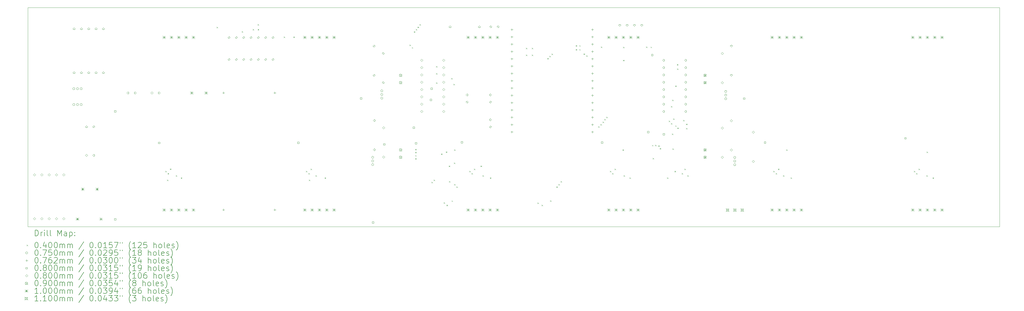
<source format=gbr>
%TF.GenerationSoftware,KiCad,Pcbnew,(6.0.10)*%
%TF.CreationDate,2023-02-22T22:23:51-03:00*%
%TF.ProjectId,SevenSegmentClock,53657665-6e53-4656-976d-656e74436c6f,rev?*%
%TF.SameCoordinates,Original*%
%TF.FileFunction,Drillmap*%
%TF.FilePolarity,Positive*%
%FSLAX45Y45*%
G04 Gerber Fmt 4.5, Leading zero omitted, Abs format (unit mm)*
G04 Created by KiCad (PCBNEW (6.0.10)) date 2023-02-22 22:23:51*
%MOMM*%
%LPD*%
G01*
G04 APERTURE LIST*
%ADD10C,0.100000*%
%ADD11C,0.200000*%
%ADD12C,0.040000*%
%ADD13C,0.075000*%
%ADD14C,0.076200*%
%ADD15C,0.080000*%
%ADD16C,0.090000*%
%ADD17C,0.110000*%
G04 APERTURE END LIST*
D10*
X4861560Y-15151100D02*
X38559740Y-15151100D01*
X38559740Y-15151100D02*
X38559740Y-7538720D01*
X38559740Y-7538720D02*
X4861560Y-7538720D01*
X4861560Y-7538720D02*
X4861560Y-15151100D01*
D11*
D12*
X9629460Y-13210860D02*
X9669460Y-13250860D01*
X9669460Y-13210860D02*
X9629460Y-13250860D01*
X9690420Y-13513120D02*
X9730420Y-13553120D01*
X9730420Y-13513120D02*
X9690420Y-13553120D01*
X9708200Y-13284520D02*
X9748200Y-13324520D01*
X9748200Y-13284520D02*
X9708200Y-13324520D01*
X9789480Y-13129580D02*
X9829480Y-13169580D01*
X9829480Y-13129580D02*
X9789480Y-13169580D01*
X9995220Y-13363260D02*
X10035220Y-13403260D01*
X10035220Y-13363260D02*
X9995220Y-13403260D01*
X10165400Y-13436920D02*
X10205400Y-13476920D01*
X10205400Y-13436920D02*
X10165400Y-13476920D01*
X11407460Y-8209600D02*
X11447460Y-8249600D01*
X11447460Y-8209600D02*
X11407460Y-8249600D01*
X12278680Y-8362000D02*
X12318680Y-8402000D01*
X12318680Y-8362000D02*
X12278680Y-8402000D01*
X12659680Y-8283260D02*
X12699680Y-8323260D01*
X12699680Y-8283260D02*
X12659680Y-8323260D01*
X12829860Y-8113080D02*
X12869860Y-8153080D01*
X12869860Y-8113080D02*
X12829860Y-8153080D01*
X12832400Y-8283260D02*
X12872400Y-8323260D01*
X12872400Y-8283260D02*
X12832400Y-8323260D01*
X13734100Y-8544880D02*
X13774100Y-8584880D01*
X13774100Y-8544880D02*
X13734100Y-8584880D01*
X14069380Y-8547420D02*
X14109380Y-8587420D01*
X14109380Y-8547420D02*
X14069380Y-8587420D01*
X14506260Y-13210860D02*
X14546260Y-13250860D01*
X14546260Y-13210860D02*
X14506260Y-13250860D01*
X14587540Y-13287060D02*
X14627540Y-13327060D01*
X14627540Y-13287060D02*
X14587540Y-13327060D01*
X14605320Y-13515660D02*
X14645320Y-13555660D01*
X14645320Y-13515660D02*
X14605320Y-13555660D01*
X14666280Y-13134660D02*
X14706280Y-13174660D01*
X14706280Y-13134660D02*
X14666280Y-13174660D01*
X14833920Y-13363260D02*
X14873920Y-13403260D01*
X14873920Y-13363260D02*
X14833920Y-13403260D01*
X15153960Y-13439460D02*
X15193960Y-13479460D01*
X15193960Y-13439460D02*
X15153960Y-13479460D01*
X18092740Y-8826820D02*
X18132740Y-8866820D01*
X18132740Y-8826820D02*
X18092740Y-8866820D01*
X18176560Y-8913180D02*
X18216560Y-8953180D01*
X18216560Y-8913180D02*
X18176560Y-8953180D01*
X18247680Y-8364540D02*
X18287680Y-8404540D01*
X18287680Y-8364540D02*
X18247680Y-8404540D01*
X18293400Y-12448860D02*
X18333400Y-12488860D01*
X18333400Y-12448860D02*
X18293400Y-12488860D01*
X18293400Y-12553000D02*
X18333400Y-12593000D01*
X18333400Y-12553000D02*
X18293400Y-12593000D01*
X18293400Y-12664760D02*
X18333400Y-12704760D01*
X18333400Y-12664760D02*
X18293400Y-12704760D01*
X18293400Y-12771440D02*
X18333400Y-12811440D01*
X18333400Y-12771440D02*
X18293400Y-12811440D01*
X18313720Y-8283260D02*
X18353720Y-8323260D01*
X18353720Y-8283260D02*
X18313720Y-8323260D01*
X18377220Y-8201980D02*
X18417220Y-8241980D01*
X18417220Y-8201980D02*
X18377220Y-8241980D01*
X18440720Y-8115620D02*
X18480720Y-8155620D01*
X18480720Y-8115620D02*
X18440720Y-8155620D01*
X18859820Y-13589320D02*
X18899820Y-13629320D01*
X18899820Y-13589320D02*
X18859820Y-13629320D01*
X18933480Y-13515660D02*
X18973480Y-13555660D01*
X18973480Y-13515660D02*
X18933480Y-13555660D01*
X19017300Y-9571040D02*
X19057300Y-9611040D01*
X19057300Y-9571040D02*
X19017300Y-9611040D01*
X19017300Y-9817420D02*
X19057300Y-9857420D01*
X19057300Y-9817420D02*
X19017300Y-9857420D01*
X19017300Y-10134920D02*
X19057300Y-10174920D01*
X19057300Y-10134920D02*
X19017300Y-10174920D01*
X19192560Y-12611420D02*
X19232560Y-12651420D01*
X19232560Y-12611420D02*
X19192560Y-12651420D01*
X19278920Y-14300520D02*
X19318920Y-14340520D01*
X19318920Y-14300520D02*
X19278920Y-14340520D01*
X19357660Y-12537760D02*
X19397660Y-12577760D01*
X19397660Y-12537760D02*
X19357660Y-12577760D01*
X19377980Y-14386880D02*
X19417980Y-14426880D01*
X19417980Y-14386880D02*
X19377980Y-14426880D01*
X19456720Y-13027980D02*
X19496720Y-13067980D01*
X19496720Y-13027980D02*
X19456720Y-13067980D01*
X19468160Y-13569000D02*
X19508160Y-13609000D01*
X19508160Y-13569000D02*
X19468160Y-13609000D01*
X19545620Y-9985060D02*
X19585620Y-10025060D01*
X19585620Y-9985060D02*
X19545620Y-10025060D01*
X19555780Y-14239560D02*
X19595780Y-14279560D01*
X19595780Y-14239560D02*
X19555780Y-14279560D01*
X19621820Y-10190800D02*
X19661820Y-10230800D01*
X19661820Y-10190800D02*
X19621820Y-10230800D01*
X19637060Y-12921300D02*
X19677060Y-12961300D01*
X19677060Y-12921300D02*
X19637060Y-12961300D01*
X19642140Y-12466640D02*
X19682140Y-12506640D01*
X19682140Y-12466640D02*
X19642140Y-12506640D01*
X19644680Y-13665520D02*
X19684680Y-13705520D01*
X19684680Y-13665520D02*
X19644680Y-13705520D01*
X19720251Y-13751477D02*
X19760251Y-13791477D01*
X19760251Y-13751477D02*
X19720251Y-13791477D01*
X20170460Y-13210860D02*
X20210460Y-13250860D01*
X20210460Y-13210860D02*
X20170460Y-13250860D01*
X20244120Y-13287060D02*
X20284120Y-13327060D01*
X20284120Y-13287060D02*
X20244120Y-13327060D01*
X20327940Y-13134660D02*
X20367940Y-13174660D01*
X20367940Y-13134660D02*
X20327940Y-13174660D01*
X20559080Y-13027980D02*
X20599080Y-13067980D01*
X20599080Y-13027980D02*
X20559080Y-13067980D01*
X20627660Y-13363260D02*
X20667660Y-13403260D01*
X20667660Y-13363260D02*
X20627660Y-13403260D01*
X20884200Y-13439460D02*
X20924200Y-13479460D01*
X20924200Y-13439460D02*
X20884200Y-13479460D01*
X22131340Y-8933500D02*
X22171340Y-8973500D01*
X22171340Y-8933500D02*
X22131340Y-8973500D01*
X22133880Y-9169720D02*
X22173880Y-9209720D01*
X22173880Y-9169720D02*
X22133880Y-9209720D01*
X22337080Y-9172260D02*
X22377080Y-9212260D01*
X22377080Y-9172260D02*
X22337080Y-9212260D01*
X22339620Y-8933500D02*
X22379620Y-8973500D01*
X22379620Y-8933500D02*
X22339620Y-8973500D01*
X22530120Y-14313220D02*
X22570120Y-14353220D01*
X22570120Y-14313220D02*
X22530120Y-14353220D01*
X22674900Y-14386880D02*
X22714900Y-14426880D01*
X22714900Y-14386880D02*
X22674900Y-14426880D01*
X22875560Y-9289100D02*
X22915560Y-9329100D01*
X22915560Y-9289100D02*
X22875560Y-9329100D01*
X22949220Y-9215440D02*
X22989220Y-9255440D01*
X22989220Y-9215440D02*
X22949220Y-9255440D01*
X22969540Y-14234480D02*
X23009540Y-14274480D01*
X23009540Y-14234480D02*
X22969540Y-14274480D01*
X23022880Y-9139240D02*
X23062880Y-9179240D01*
X23062880Y-9139240D02*
X23022880Y-9179240D01*
X23187980Y-13751880D02*
X23227980Y-13791880D01*
X23227980Y-13751880D02*
X23187980Y-13791880D01*
X23261640Y-13665520D02*
X23301640Y-13705520D01*
X23301640Y-13665520D02*
X23261640Y-13705520D01*
X23337840Y-13569000D02*
X23377840Y-13609000D01*
X23377840Y-13569000D02*
X23337840Y-13609000D01*
X23863620Y-8847140D02*
X23903620Y-8887140D01*
X23903620Y-8847140D02*
X23863620Y-8887140D01*
X23863620Y-8981760D02*
X23903620Y-9021760D01*
X23903620Y-8981760D02*
X23863620Y-9021760D01*
X23983000Y-8847140D02*
X24023000Y-8887140D01*
X24023000Y-8847140D02*
X23983000Y-8887140D01*
X23983000Y-8981760D02*
X24023000Y-9021760D01*
X24023000Y-8981760D02*
X23983000Y-9021760D01*
X24132860Y-9134160D02*
X24172860Y-9174160D01*
X24172860Y-9134160D02*
X24132860Y-9174160D01*
X24224300Y-9200200D02*
X24264300Y-9240200D01*
X24264300Y-9200200D02*
X24224300Y-9240200D01*
X24638320Y-11661460D02*
X24678320Y-11701460D01*
X24678320Y-11661460D02*
X24638320Y-11701460D01*
X24714520Y-11582720D02*
X24754520Y-11622720D01*
X24754520Y-11582720D02*
X24714520Y-11622720D01*
X24734840Y-8895400D02*
X24774840Y-8935400D01*
X24774840Y-8895400D02*
X24734840Y-8935400D01*
X24790720Y-11501440D02*
X24830720Y-11541440D01*
X24830720Y-11501440D02*
X24790720Y-11541440D01*
X24854220Y-11410000D02*
X24894220Y-11450000D01*
X24894220Y-11410000D02*
X24854220Y-11450000D01*
X24920260Y-11331260D02*
X24960260Y-11371260D01*
X24960260Y-11331260D02*
X24920260Y-11371260D01*
X25047260Y-13210860D02*
X25087260Y-13250860D01*
X25087260Y-13210860D02*
X25047260Y-13250860D01*
X25123460Y-13287060D02*
X25163460Y-13327060D01*
X25163460Y-13287060D02*
X25123460Y-13327060D01*
X25207280Y-13134660D02*
X25247280Y-13174660D01*
X25247280Y-13134660D02*
X25207280Y-13174660D01*
X25481600Y-12466640D02*
X25521600Y-12506640D01*
X25521600Y-12466640D02*
X25481600Y-12506640D01*
X25501920Y-8900480D02*
X25541920Y-8940480D01*
X25541920Y-8900480D02*
X25501920Y-8940480D01*
X25501920Y-9355140D02*
X25541920Y-9395140D01*
X25541920Y-9355140D02*
X25501920Y-9395140D01*
X25522240Y-13363260D02*
X25562240Y-13403260D01*
X25562240Y-13363260D02*
X25522240Y-13403260D01*
X25722900Y-13439460D02*
X25762900Y-13479460D01*
X25762900Y-13439460D02*
X25722900Y-13479460D01*
X26302020Y-8895400D02*
X26342020Y-8935400D01*
X26342020Y-8895400D02*
X26302020Y-8935400D01*
X26456960Y-8897940D02*
X26496960Y-8937940D01*
X26496960Y-8897940D02*
X26456960Y-8937940D01*
X26507760Y-12309160D02*
X26547760Y-12349160D01*
X26547760Y-12309160D02*
X26507760Y-12349160D01*
X26528080Y-12763820D02*
X26568080Y-12803820D01*
X26568080Y-12763820D02*
X26528080Y-12803820D01*
X26614440Y-12304080D02*
X26654440Y-12344080D01*
X26654440Y-12304080D02*
X26614440Y-12344080D01*
X26723660Y-12326940D02*
X26763660Y-12366940D01*
X26763660Y-12326940D02*
X26723660Y-12366940D01*
X26771920Y-12418380D02*
X26811920Y-12458380D01*
X26811920Y-12418380D02*
X26771920Y-12458380D01*
X27025920Y-13439460D02*
X27065920Y-13479460D01*
X27065920Y-13439460D02*
X27025920Y-13479460D01*
X27089420Y-11465880D02*
X27129420Y-11505880D01*
X27129420Y-11465880D02*
X27089420Y-11505880D01*
X27163080Y-10957880D02*
X27203080Y-10997880D01*
X27203080Y-10957880D02*
X27163080Y-10997880D01*
X27163080Y-11549700D02*
X27203080Y-11589700D01*
X27203080Y-11549700D02*
X27163080Y-11589700D01*
X27198640Y-11918000D02*
X27238640Y-11958000D01*
X27238640Y-11918000D02*
X27198640Y-11958000D01*
X27203720Y-10739440D02*
X27243720Y-10779440D01*
X27243720Y-10739440D02*
X27203720Y-10779440D01*
X27216420Y-12431080D02*
X27256420Y-12471080D01*
X27256420Y-12431080D02*
X27216420Y-12471080D01*
X27236740Y-11392220D02*
X27276740Y-11432220D01*
X27276740Y-11392220D02*
X27236740Y-11432220D01*
X27285000Y-13210860D02*
X27325000Y-13250860D01*
X27325000Y-13210860D02*
X27285000Y-13250860D01*
X27310400Y-10246680D02*
X27350400Y-10286680D01*
X27350400Y-10246680D02*
X27310400Y-10286680D01*
X27310400Y-11630980D02*
X27350400Y-11670980D01*
X27350400Y-11630980D02*
X27310400Y-11670980D01*
X27371360Y-9499920D02*
X27411360Y-9539920D01*
X27411360Y-9499920D02*
X27371360Y-9539920D01*
X27373900Y-9652320D02*
X27413900Y-9692320D01*
X27413900Y-9652320D02*
X27373900Y-9692320D01*
X27384060Y-11707180D02*
X27424060Y-11747180D01*
X27424060Y-11707180D02*
X27384060Y-11747180D01*
X27533920Y-13287060D02*
X27573920Y-13327060D01*
X27573920Y-13287060D02*
X27533920Y-13327060D01*
X27584720Y-11443020D02*
X27624720Y-11483020D01*
X27624720Y-11443020D02*
X27584720Y-11483020D01*
X27630440Y-13134660D02*
X27670440Y-13174660D01*
X27670440Y-13134660D02*
X27630440Y-13174660D01*
X27686320Y-11572560D02*
X27726320Y-11612560D01*
X27726320Y-11572560D02*
X27686320Y-11612560D01*
X27688860Y-11722420D02*
X27728860Y-11762420D01*
X27728860Y-11722420D02*
X27688860Y-11762420D01*
X27732040Y-13363260D02*
X27772040Y-13403260D01*
X27772040Y-13363260D02*
X27732040Y-13403260D01*
X30711460Y-13210860D02*
X30751460Y-13250860D01*
X30751460Y-13210860D02*
X30711460Y-13250860D01*
X30795280Y-13287060D02*
X30835280Y-13327060D01*
X30835280Y-13287060D02*
X30795280Y-13327060D01*
X30876560Y-13134660D02*
X30916560Y-13174660D01*
X30916560Y-13134660D02*
X30876560Y-13174660D01*
X31046740Y-13363260D02*
X31086740Y-13403260D01*
X31086740Y-13363260D02*
X31046740Y-13403260D01*
X31161040Y-12466640D02*
X31201040Y-12506640D01*
X31201040Y-12466640D02*
X31161040Y-12506640D01*
X31310900Y-13439460D02*
X31350900Y-13479460D01*
X31350900Y-13439460D02*
X31310900Y-13479460D01*
X35588260Y-13210860D02*
X35628260Y-13250860D01*
X35628260Y-13210860D02*
X35588260Y-13250860D01*
X35664460Y-13287060D02*
X35704460Y-13327060D01*
X35704460Y-13287060D02*
X35664460Y-13327060D01*
X35748280Y-13134660D02*
X35788280Y-13174660D01*
X35788280Y-13134660D02*
X35748280Y-13174660D01*
X36020060Y-13363260D02*
X36060060Y-13403260D01*
X36060060Y-13363260D02*
X36020060Y-13403260D01*
X36030220Y-12540300D02*
X36070220Y-12580300D01*
X36070220Y-12540300D02*
X36030220Y-12580300D01*
X36235960Y-13439460D02*
X36275960Y-13479460D01*
X36275960Y-13439460D02*
X36235960Y-13479460D01*
D13*
X6491240Y-10355640D02*
G75*
G03*
X6491240Y-10355640I-37500J0D01*
G01*
X6491240Y-10907500D02*
G75*
G03*
X6491240Y-10907500I-37500J0D01*
G01*
X6618240Y-10355640D02*
G75*
G03*
X6618240Y-10355640I-37500J0D01*
G01*
X6618240Y-10907500D02*
G75*
G03*
X6618240Y-10907500I-37500J0D01*
G01*
X6745240Y-10355640D02*
G75*
G03*
X6745240Y-10355640I-37500J0D01*
G01*
X6745240Y-10907500D02*
G75*
G03*
X6745240Y-10907500I-37500J0D01*
G01*
X16856560Y-12738680D02*
G75*
G03*
X16856560Y-12738680I-37500J0D01*
G01*
X16856560Y-12865680D02*
G75*
G03*
X16856560Y-12865680I-37500J0D01*
G01*
X16856560Y-12992680D02*
G75*
G03*
X16856560Y-12992680I-37500J0D01*
G01*
X17172920Y-10429040D02*
G75*
G03*
X17172920Y-10429040I-37500J0D01*
G01*
X17172920Y-10556040D02*
G75*
G03*
X17172920Y-10556040I-37500J0D01*
G01*
X17172920Y-10683040D02*
G75*
G03*
X17172920Y-10683040I-37500J0D01*
G01*
X29098740Y-10451140D02*
G75*
G03*
X29098740Y-10451140I-37500J0D01*
G01*
X29098740Y-10578140D02*
G75*
G03*
X29098740Y-10578140I-37500J0D01*
G01*
X29098740Y-10705140D02*
G75*
G03*
X29098740Y-10705140I-37500J0D01*
G01*
X29411040Y-12742220D02*
G75*
G03*
X29411040Y-12742220I-37500J0D01*
G01*
X29411040Y-12869220D02*
G75*
G03*
X29411040Y-12869220I-37500J0D01*
G01*
X29411040Y-12996220D02*
G75*
G03*
X29411040Y-12996220I-37500J0D01*
G01*
D14*
X11644660Y-10462020D02*
X11644660Y-10538220D01*
X11606560Y-10500120D02*
X11682760Y-10500120D01*
X11644660Y-14526020D02*
X11644660Y-14602220D01*
X11606560Y-14564120D02*
X11682760Y-14564120D01*
X13422660Y-10462020D02*
X13422660Y-10538220D01*
X13384560Y-10500120D02*
X13460760Y-10500120D01*
X13422660Y-14526020D02*
X13422660Y-14602220D01*
X13384560Y-14564120D02*
X13460760Y-14564120D01*
X21645210Y-8261260D02*
X21645210Y-8337460D01*
X21607110Y-8299360D02*
X21683310Y-8299360D01*
X21645210Y-8515260D02*
X21645210Y-8591460D01*
X21607110Y-8553360D02*
X21683310Y-8553360D01*
X21645210Y-8769260D02*
X21645210Y-8845460D01*
X21607110Y-8807360D02*
X21683310Y-8807360D01*
X21645210Y-9023260D02*
X21645210Y-9099460D01*
X21607110Y-9061360D02*
X21683310Y-9061360D01*
X21645210Y-9277260D02*
X21645210Y-9353460D01*
X21607110Y-9315360D02*
X21683310Y-9315360D01*
X21645210Y-9531260D02*
X21645210Y-9607460D01*
X21607110Y-9569360D02*
X21683310Y-9569360D01*
X21645210Y-9785260D02*
X21645210Y-9861460D01*
X21607110Y-9823360D02*
X21683310Y-9823360D01*
X21645210Y-10039260D02*
X21645210Y-10115460D01*
X21607110Y-10077360D02*
X21683310Y-10077360D01*
X21645210Y-10293260D02*
X21645210Y-10369460D01*
X21607110Y-10331360D02*
X21683310Y-10331360D01*
X21645210Y-10547260D02*
X21645210Y-10623460D01*
X21607110Y-10585360D02*
X21683310Y-10585360D01*
X21645210Y-10801260D02*
X21645210Y-10877460D01*
X21607110Y-10839360D02*
X21683310Y-10839360D01*
X21645210Y-11055260D02*
X21645210Y-11131460D01*
X21607110Y-11093360D02*
X21683310Y-11093360D01*
X21645210Y-11309260D02*
X21645210Y-11385460D01*
X21607110Y-11347360D02*
X21683310Y-11347360D01*
X21645210Y-11563260D02*
X21645210Y-11639460D01*
X21607110Y-11601360D02*
X21683310Y-11601360D01*
X21645210Y-11817260D02*
X21645210Y-11893460D01*
X21607110Y-11855360D02*
X21683310Y-11855360D01*
X24439210Y-8261260D02*
X24439210Y-8337460D01*
X24401110Y-8299360D02*
X24477310Y-8299360D01*
X24439210Y-8515260D02*
X24439210Y-8591460D01*
X24401110Y-8553360D02*
X24477310Y-8553360D01*
X24439210Y-8769260D02*
X24439210Y-8845460D01*
X24401110Y-8807360D02*
X24477310Y-8807360D01*
X24439210Y-9023260D02*
X24439210Y-9099460D01*
X24401110Y-9061360D02*
X24477310Y-9061360D01*
X24439210Y-9277260D02*
X24439210Y-9353460D01*
X24401110Y-9315360D02*
X24477310Y-9315360D01*
X24439210Y-9531260D02*
X24439210Y-9607460D01*
X24401110Y-9569360D02*
X24477310Y-9569360D01*
X24439210Y-9785260D02*
X24439210Y-9861460D01*
X24401110Y-9823360D02*
X24477310Y-9823360D01*
X24439210Y-10039260D02*
X24439210Y-10115460D01*
X24401110Y-10077360D02*
X24477310Y-10077360D01*
X24439210Y-10293260D02*
X24439210Y-10369460D01*
X24401110Y-10331360D02*
X24477310Y-10331360D01*
X24439210Y-10547260D02*
X24439210Y-10623460D01*
X24401110Y-10585360D02*
X24477310Y-10585360D01*
X24439210Y-10801260D02*
X24439210Y-10877460D01*
X24401110Y-10839360D02*
X24477310Y-10839360D01*
X24439210Y-11055260D02*
X24439210Y-11131460D01*
X24401110Y-11093360D02*
X24477310Y-11093360D01*
X24439210Y-11309260D02*
X24439210Y-11385460D01*
X24401110Y-11347360D02*
X24477310Y-11347360D01*
X24439210Y-11563260D02*
X24439210Y-11639460D01*
X24401110Y-11601360D02*
X24477310Y-11601360D01*
X24439210Y-11817260D02*
X24439210Y-11893460D01*
X24401110Y-11855360D02*
X24477310Y-11855360D01*
D15*
X7914984Y-11166185D02*
X7914984Y-11109616D01*
X7858415Y-11109616D01*
X7858415Y-11166185D01*
X7914984Y-11166185D01*
X7914984Y-14920304D02*
X7914984Y-14863735D01*
X7858415Y-14863735D01*
X7858415Y-14920304D01*
X7914984Y-14920304D01*
X9438985Y-12263464D02*
X9438985Y-12206895D01*
X9382416Y-12206895D01*
X9382416Y-12263464D01*
X9438985Y-12263464D01*
X14264984Y-12258384D02*
X14264984Y-12201815D01*
X14208415Y-12201815D01*
X14208415Y-12258384D01*
X14264984Y-12258384D01*
X16441764Y-10716605D02*
X16441764Y-10660036D01*
X16385195Y-10660036D01*
X16385195Y-10716605D01*
X16441764Y-10716605D01*
X16855785Y-15026984D02*
X16855785Y-14970415D01*
X16799216Y-14970415D01*
X16799216Y-15026984D01*
X16855785Y-15026984D01*
X17244405Y-12314264D02*
X17244405Y-12257695D01*
X17187836Y-12257695D01*
X17187836Y-12314264D01*
X17244405Y-12314264D01*
X18268025Y-11737684D02*
X18268025Y-11681115D01*
X18211456Y-11681115D01*
X18211456Y-11737684D01*
X18268025Y-11737684D01*
X18346765Y-12278704D02*
X18346765Y-12222135D01*
X18290196Y-12222135D01*
X18290196Y-12278704D01*
X18346765Y-12278704D01*
X18864925Y-10769945D02*
X18864925Y-10713376D01*
X18808356Y-10713376D01*
X18808356Y-10769945D01*
X18864925Y-10769945D01*
X18890325Y-10378785D02*
X18890325Y-10322216D01*
X18833756Y-10322216D01*
X18833756Y-10378785D01*
X18890325Y-10378785D01*
X19936805Y-12245684D02*
X19936805Y-12189115D01*
X19880236Y-12189115D01*
X19880236Y-12245684D01*
X19936805Y-12245684D01*
X24798364Y-12253304D02*
X24798364Y-12196735D01*
X24741795Y-12196735D01*
X24741795Y-12253304D01*
X24798364Y-12253304D01*
X26398564Y-11885004D02*
X26398564Y-11828435D01*
X26341995Y-11828435D01*
X26341995Y-11885004D01*
X26398564Y-11885004D01*
X26538264Y-9212925D02*
X26538264Y-9156356D01*
X26481695Y-9156356D01*
X26481695Y-9212925D01*
X26538264Y-9212925D01*
X26942124Y-11966284D02*
X26942124Y-11909715D01*
X26885555Y-11909715D01*
X26885555Y-11966284D01*
X26942124Y-11966284D01*
X29728504Y-10724225D02*
X29728504Y-10667656D01*
X29671935Y-10667656D01*
X29671935Y-10724225D01*
X29728504Y-10724225D01*
X30449864Y-12250764D02*
X30449864Y-12194195D01*
X30393295Y-12194195D01*
X30393295Y-12250764D01*
X30449864Y-12250764D01*
X35319045Y-12103444D02*
X35319045Y-12046875D01*
X35262476Y-12046875D01*
X35262476Y-12103444D01*
X35319045Y-12103444D01*
X5088410Y-13385160D02*
X5128410Y-13345160D01*
X5088410Y-13305160D01*
X5048410Y-13345160D01*
X5088410Y-13385160D01*
X5088410Y-14909160D02*
X5128410Y-14869160D01*
X5088410Y-14829160D01*
X5048410Y-14869160D01*
X5088410Y-14909160D01*
X5342410Y-13385160D02*
X5382410Y-13345160D01*
X5342410Y-13305160D01*
X5302410Y-13345160D01*
X5342410Y-13385160D01*
X5342410Y-14909160D02*
X5382410Y-14869160D01*
X5342410Y-14829160D01*
X5302410Y-14869160D01*
X5342410Y-14909160D01*
X5596410Y-13385160D02*
X5636410Y-13345160D01*
X5596410Y-13305160D01*
X5556410Y-13345160D01*
X5596410Y-13385160D01*
X5596410Y-14909160D02*
X5636410Y-14869160D01*
X5596410Y-14829160D01*
X5556410Y-14869160D01*
X5596410Y-14909160D01*
X5850410Y-13385160D02*
X5890410Y-13345160D01*
X5850410Y-13305160D01*
X5810410Y-13345160D01*
X5850410Y-13385160D01*
X5850410Y-14909160D02*
X5890410Y-14869160D01*
X5850410Y-14829160D01*
X5810410Y-14869160D01*
X5850410Y-14909160D01*
X6104410Y-13385160D02*
X6144410Y-13345160D01*
X6104410Y-13305160D01*
X6064410Y-13345160D01*
X6104410Y-13385160D01*
X6104410Y-14909160D02*
X6144410Y-14869160D01*
X6104410Y-14829160D01*
X6064410Y-14869160D01*
X6104410Y-14909160D01*
X6460010Y-8310240D02*
X6500010Y-8270240D01*
X6460010Y-8230240D01*
X6420010Y-8270240D01*
X6460010Y-8310240D01*
X6460010Y-9834240D02*
X6500010Y-9794240D01*
X6460010Y-9754240D01*
X6420010Y-9794240D01*
X6460010Y-9834240D01*
X6714010Y-8310240D02*
X6754010Y-8270240D01*
X6714010Y-8230240D01*
X6674010Y-8270240D01*
X6714010Y-8310240D01*
X6714010Y-9834240D02*
X6754010Y-9794240D01*
X6714010Y-9754240D01*
X6674010Y-9794240D01*
X6714010Y-9834240D01*
X6892735Y-11713180D02*
X6932735Y-11673180D01*
X6892735Y-11633180D01*
X6852735Y-11673180D01*
X6892735Y-11713180D01*
X6892735Y-12708640D02*
X6932735Y-12668640D01*
X6892735Y-12628640D01*
X6852735Y-12668640D01*
X6892735Y-12708640D01*
X6968010Y-8310240D02*
X7008010Y-8270240D01*
X6968010Y-8230240D01*
X6928010Y-8270240D01*
X6968010Y-8310240D01*
X6968010Y-9834240D02*
X7008010Y-9794240D01*
X6968010Y-9754240D01*
X6928010Y-9794240D01*
X6968010Y-9834240D01*
X7142735Y-11713180D02*
X7182735Y-11673180D01*
X7142735Y-11633180D01*
X7102735Y-11673180D01*
X7142735Y-11713180D01*
X7142735Y-12708640D02*
X7182735Y-12668640D01*
X7142735Y-12628640D01*
X7102735Y-12668640D01*
X7142735Y-12708640D01*
X7222010Y-8310240D02*
X7262010Y-8270240D01*
X7222010Y-8230240D01*
X7182010Y-8270240D01*
X7222010Y-8310240D01*
X7222010Y-9834240D02*
X7262010Y-9794240D01*
X7222010Y-9754240D01*
X7182010Y-9794240D01*
X7222010Y-9834240D01*
X7476010Y-8310240D02*
X7516010Y-8270240D01*
X7476010Y-8230240D01*
X7436010Y-8270240D01*
X7476010Y-8310240D01*
X7476010Y-9834240D02*
X7516010Y-9794240D01*
X7476010Y-9754240D01*
X7436010Y-9794240D01*
X7476010Y-9834240D01*
X8329904Y-10541880D02*
X8369904Y-10501880D01*
X8329904Y-10461880D01*
X8289904Y-10501880D01*
X8329904Y-10541880D01*
X8579904Y-10541880D02*
X8619904Y-10501880D01*
X8579904Y-10461880D01*
X8539904Y-10501880D01*
X8579904Y-10541880D01*
X9160576Y-10541880D02*
X9200576Y-10501880D01*
X9160576Y-10461880D01*
X9120576Y-10501880D01*
X9160576Y-10541880D01*
X9410576Y-10541880D02*
X9450576Y-10501880D01*
X9410576Y-10461880D01*
X9370576Y-10501880D01*
X9410576Y-10541880D01*
X11833780Y-8615180D02*
X11873780Y-8575180D01*
X11833780Y-8535180D01*
X11793780Y-8575180D01*
X11833780Y-8615180D01*
X11833780Y-9377180D02*
X11873780Y-9337180D01*
X11833780Y-9297180D01*
X11793780Y-9337180D01*
X11833780Y-9377180D01*
X12087780Y-8615180D02*
X12127780Y-8575180D01*
X12087780Y-8535180D01*
X12047780Y-8575180D01*
X12087780Y-8615180D01*
X12087780Y-9377180D02*
X12127780Y-9337180D01*
X12087780Y-9297180D01*
X12047780Y-9337180D01*
X12087780Y-9377180D01*
X12341780Y-8615180D02*
X12381780Y-8575180D01*
X12341780Y-8535180D01*
X12301780Y-8575180D01*
X12341780Y-8615180D01*
X12341780Y-9377180D02*
X12381780Y-9337180D01*
X12341780Y-9297180D01*
X12301780Y-9337180D01*
X12341780Y-9377180D01*
X12595780Y-8615180D02*
X12635780Y-8575180D01*
X12595780Y-8535180D01*
X12555780Y-8575180D01*
X12595780Y-8615180D01*
X12595780Y-9377180D02*
X12635780Y-9337180D01*
X12595780Y-9297180D01*
X12555780Y-9337180D01*
X12595780Y-9377180D01*
X12849780Y-8615180D02*
X12889780Y-8575180D01*
X12849780Y-8535180D01*
X12809780Y-8575180D01*
X12849780Y-8615180D01*
X12849780Y-9377180D02*
X12889780Y-9337180D01*
X12849780Y-9297180D01*
X12809780Y-9337180D01*
X12849780Y-9377180D01*
X13103780Y-8615180D02*
X13143780Y-8575180D01*
X13103780Y-8535180D01*
X13063780Y-8575180D01*
X13103780Y-8615180D01*
X13103780Y-9377180D02*
X13143780Y-9337180D01*
X13103780Y-9297180D01*
X13063780Y-9337180D01*
X13103780Y-9377180D01*
X13357780Y-8615180D02*
X13397780Y-8575180D01*
X13357780Y-8535180D01*
X13317780Y-8575180D01*
X13357780Y-8615180D01*
X13357780Y-9377180D02*
X13397780Y-9337180D01*
X13357780Y-9297180D01*
X13317780Y-9337180D01*
X13357780Y-9377180D01*
X16863500Y-8911320D02*
X16903500Y-8871320D01*
X16863500Y-8831320D01*
X16823500Y-8871320D01*
X16863500Y-8911320D01*
X16863500Y-9927320D02*
X16903500Y-9887320D01*
X16863500Y-9847320D01*
X16823500Y-9887320D01*
X16863500Y-9927320D01*
X16870720Y-11496000D02*
X16910720Y-11456000D01*
X16870720Y-11416000D01*
X16830720Y-11456000D01*
X16870720Y-11496000D01*
X16870720Y-12512000D02*
X16910720Y-12472000D01*
X16870720Y-12432000D01*
X16830720Y-12472000D01*
X16870720Y-12512000D01*
X17182560Y-9166100D02*
X17222560Y-9126100D01*
X17182560Y-9086100D01*
X17142560Y-9126100D01*
X17182560Y-9166100D01*
X17182560Y-10182100D02*
X17222560Y-10142100D01*
X17182560Y-10102100D01*
X17142560Y-10142100D01*
X17182560Y-10182100D01*
X17195620Y-11752060D02*
X17235620Y-11712060D01*
X17195620Y-11672060D01*
X17155620Y-11712060D01*
X17195620Y-11752060D01*
X17195620Y-12768060D02*
X17235620Y-12728060D01*
X17195620Y-12688060D01*
X17155620Y-12728060D01*
X17195620Y-12768060D01*
X18519040Y-9406740D02*
X18559040Y-9366740D01*
X18519040Y-9326740D01*
X18479040Y-9366740D01*
X18519040Y-9406740D01*
X18519040Y-9660740D02*
X18559040Y-9620740D01*
X18519040Y-9580740D01*
X18479040Y-9620740D01*
X18519040Y-9660740D01*
X18519040Y-9914740D02*
X18559040Y-9874740D01*
X18519040Y-9834740D01*
X18479040Y-9874740D01*
X18519040Y-9914740D01*
X18519040Y-10168740D02*
X18559040Y-10128740D01*
X18519040Y-10088740D01*
X18479040Y-10128740D01*
X18519040Y-10168740D01*
X18519040Y-10422740D02*
X18559040Y-10382740D01*
X18519040Y-10342740D01*
X18479040Y-10382740D01*
X18519040Y-10422740D01*
X18519040Y-10676740D02*
X18559040Y-10636740D01*
X18519040Y-10596740D01*
X18479040Y-10636740D01*
X18519040Y-10676740D01*
X18519040Y-10930740D02*
X18559040Y-10890740D01*
X18519040Y-10850740D01*
X18479040Y-10890740D01*
X18519040Y-10930740D01*
X18519040Y-11184740D02*
X18559040Y-11144740D01*
X18519040Y-11104740D01*
X18479040Y-11144740D01*
X18519040Y-11184740D01*
X19281040Y-9406740D02*
X19321040Y-9366740D01*
X19281040Y-9326740D01*
X19241040Y-9366740D01*
X19281040Y-9406740D01*
X19281040Y-9660740D02*
X19321040Y-9620740D01*
X19281040Y-9580740D01*
X19241040Y-9620740D01*
X19281040Y-9660740D01*
X19281040Y-9914740D02*
X19321040Y-9874740D01*
X19281040Y-9834740D01*
X19241040Y-9874740D01*
X19281040Y-9914740D01*
X19281040Y-10168740D02*
X19321040Y-10128740D01*
X19281040Y-10088740D01*
X19241040Y-10128740D01*
X19281040Y-10168740D01*
X19281040Y-10422740D02*
X19321040Y-10382740D01*
X19281040Y-10342740D01*
X19241040Y-10382740D01*
X19281040Y-10422740D01*
X19281040Y-10676740D02*
X19321040Y-10636740D01*
X19281040Y-10596740D01*
X19241040Y-10636740D01*
X19281040Y-10676740D01*
X19281040Y-10930740D02*
X19321040Y-10890740D01*
X19281040Y-10850740D01*
X19241040Y-10890740D01*
X19281040Y-10930740D01*
X19281040Y-11184740D02*
X19321040Y-11144740D01*
X19281040Y-11104740D01*
X19241040Y-11144740D01*
X19281040Y-11184740D01*
X19498800Y-8243060D02*
X19538800Y-8203060D01*
X19498800Y-8163060D01*
X19458800Y-8203060D01*
X19498800Y-8243060D01*
X20088860Y-10607360D02*
X20128860Y-10567360D01*
X20088860Y-10527360D01*
X20048860Y-10567360D01*
X20088860Y-10607360D01*
X20088860Y-10857360D02*
X20128860Y-10817360D01*
X20088860Y-10777360D01*
X20048860Y-10817360D01*
X20088860Y-10857360D01*
X20514800Y-8243060D02*
X20554800Y-8203060D01*
X20514800Y-8163060D01*
X20474800Y-8203060D01*
X20514800Y-8243060D01*
X20898620Y-10607360D02*
X20938620Y-10567360D01*
X20898620Y-10527360D01*
X20858620Y-10567360D01*
X20898620Y-10607360D01*
X20898620Y-10857360D02*
X20938620Y-10817360D01*
X20898620Y-10777360D01*
X20858620Y-10817360D01*
X20898620Y-10857360D01*
X20898620Y-11470636D02*
X20938620Y-11430636D01*
X20898620Y-11390636D01*
X20858620Y-11430636D01*
X20898620Y-11470636D01*
X20898620Y-11720636D02*
X20938620Y-11680636D01*
X20898620Y-11640636D01*
X20858620Y-11680636D01*
X20898620Y-11720636D01*
X20910400Y-8240440D02*
X20950400Y-8200440D01*
X20910400Y-8160440D01*
X20870400Y-8200440D01*
X20910400Y-8240440D01*
X21164400Y-8240440D02*
X21204400Y-8200440D01*
X21164400Y-8160440D01*
X21124400Y-8200440D01*
X21164400Y-8240440D01*
X25381920Y-8188660D02*
X25421920Y-8148660D01*
X25381920Y-8108660D01*
X25341920Y-8148660D01*
X25381920Y-8188660D01*
X25635920Y-8188660D02*
X25675920Y-8148660D01*
X25635920Y-8108660D01*
X25595920Y-8148660D01*
X25635920Y-8188660D01*
X25889920Y-8188660D02*
X25929920Y-8148660D01*
X25889920Y-8108660D01*
X25849920Y-8148660D01*
X25889920Y-8188660D01*
X26143920Y-8188660D02*
X26183920Y-8148660D01*
X26143920Y-8108660D01*
X26103920Y-8148660D01*
X26143920Y-8188660D01*
X26905420Y-9406740D02*
X26945420Y-9366740D01*
X26905420Y-9326740D01*
X26865420Y-9366740D01*
X26905420Y-9406740D01*
X26905420Y-9660740D02*
X26945420Y-9620740D01*
X26905420Y-9580740D01*
X26865420Y-9620740D01*
X26905420Y-9660740D01*
X26905420Y-9914740D02*
X26945420Y-9874740D01*
X26905420Y-9834740D01*
X26865420Y-9874740D01*
X26905420Y-9914740D01*
X26905420Y-10168740D02*
X26945420Y-10128740D01*
X26905420Y-10088740D01*
X26865420Y-10128740D01*
X26905420Y-10168740D01*
X26905420Y-10422740D02*
X26945420Y-10382740D01*
X26905420Y-10342740D01*
X26865420Y-10382740D01*
X26905420Y-10422740D01*
X26905420Y-10676740D02*
X26945420Y-10636740D01*
X26905420Y-10596740D01*
X26865420Y-10636740D01*
X26905420Y-10676740D01*
X26905420Y-10930740D02*
X26945420Y-10890740D01*
X26905420Y-10850740D01*
X26865420Y-10890740D01*
X26905420Y-10930740D01*
X26905420Y-11184740D02*
X26945420Y-11144740D01*
X26905420Y-11104740D01*
X26865420Y-11144740D01*
X26905420Y-11184740D01*
X27667420Y-9406740D02*
X27707420Y-9366740D01*
X27667420Y-9326740D01*
X27627420Y-9366740D01*
X27667420Y-9406740D01*
X27667420Y-9660740D02*
X27707420Y-9620740D01*
X27667420Y-9580740D01*
X27627420Y-9620740D01*
X27667420Y-9660740D01*
X27667420Y-9914740D02*
X27707420Y-9874740D01*
X27667420Y-9834740D01*
X27627420Y-9874740D01*
X27667420Y-9914740D01*
X27667420Y-10168740D02*
X27707420Y-10128740D01*
X27667420Y-10088740D01*
X27627420Y-10128740D01*
X27667420Y-10168740D01*
X27667420Y-10422740D02*
X27707420Y-10382740D01*
X27667420Y-10342740D01*
X27627420Y-10382740D01*
X27667420Y-10422740D01*
X27667420Y-10676740D02*
X27707420Y-10636740D01*
X27667420Y-10596740D01*
X27627420Y-10636740D01*
X27667420Y-10676740D01*
X27667420Y-10930740D02*
X27707420Y-10890740D01*
X27667420Y-10850740D01*
X27627420Y-10890740D01*
X27667420Y-10930740D01*
X27667420Y-11184740D02*
X27707420Y-11144740D01*
X27667420Y-11104740D01*
X27627420Y-11144740D01*
X27667420Y-11184740D01*
X28938920Y-11759680D02*
X28978920Y-11719680D01*
X28938920Y-11679680D01*
X28898920Y-11719680D01*
X28938920Y-11759680D01*
X28938920Y-12775680D02*
X28978920Y-12735680D01*
X28938920Y-12695680D01*
X28898920Y-12735680D01*
X28938920Y-12775680D01*
X28939180Y-9168800D02*
X28979180Y-9128800D01*
X28939180Y-9088800D01*
X28899180Y-9128800D01*
X28939180Y-9168800D01*
X28939180Y-10184800D02*
X28979180Y-10144800D01*
X28939180Y-10104800D01*
X28899180Y-10144800D01*
X28939180Y-10184800D01*
X29252400Y-11506880D02*
X29292400Y-11466880D01*
X29252400Y-11426880D01*
X29212400Y-11466880D01*
X29252400Y-11506880D01*
X29252400Y-12522880D02*
X29292400Y-12482880D01*
X29252400Y-12442880D01*
X29212400Y-12482880D01*
X29252400Y-12522880D01*
X29252840Y-8909680D02*
X29292840Y-8869680D01*
X29252840Y-8829680D01*
X29212840Y-8869680D01*
X29252840Y-8909680D01*
X29252840Y-9925680D02*
X29292840Y-9885680D01*
X29252840Y-9845680D01*
X29212840Y-9885680D01*
X29252840Y-9925680D01*
X30016320Y-11901800D02*
X30056320Y-11861800D01*
X30016320Y-11821800D01*
X29976320Y-11861800D01*
X30016320Y-11901800D01*
X30016320Y-12917800D02*
X30056320Y-12877800D01*
X30016320Y-12837800D01*
X29976320Y-12877800D01*
X30016320Y-12917800D01*
D16*
X17743410Y-9845760D02*
X17833410Y-9935760D01*
X17833410Y-9845760D02*
X17743410Y-9935760D01*
X17833410Y-9890760D02*
G75*
G03*
X17833410Y-9890760I-45000J0D01*
G01*
X17743410Y-10099760D02*
X17833410Y-10189760D01*
X17833410Y-10099760D02*
X17743410Y-10189760D01*
X17833410Y-10144760D02*
G75*
G03*
X17833410Y-10144760I-45000J0D01*
G01*
X17743410Y-12436560D02*
X17833410Y-12526560D01*
X17833410Y-12436560D02*
X17743410Y-12526560D01*
X17833410Y-12481560D02*
G75*
G03*
X17833410Y-12481560I-45000J0D01*
G01*
X17743410Y-12690560D02*
X17833410Y-12780560D01*
X17833410Y-12690560D02*
X17743410Y-12780560D01*
X17833410Y-12735560D02*
G75*
G03*
X17833410Y-12735560I-45000J0D01*
G01*
X28297110Y-9845760D02*
X28387110Y-9935760D01*
X28387110Y-9845760D02*
X28297110Y-9935760D01*
X28387110Y-9890760D02*
G75*
G03*
X28387110Y-9890760I-45000J0D01*
G01*
X28297110Y-10099760D02*
X28387110Y-10189760D01*
X28387110Y-10099760D02*
X28297110Y-10189760D01*
X28387110Y-10144760D02*
G75*
G03*
X28387110Y-10144760I-45000J0D01*
G01*
X28297110Y-12436560D02*
X28387110Y-12526560D01*
X28387110Y-12436560D02*
X28297110Y-12526560D01*
X28387110Y-12481560D02*
G75*
G03*
X28387110Y-12481560I-45000J0D01*
G01*
X28297110Y-12690560D02*
X28387110Y-12780560D01*
X28387110Y-12690560D02*
X28297110Y-12780560D01*
X28387110Y-12735560D02*
G75*
G03*
X28387110Y-12735560I-45000J0D01*
G01*
D10*
X6526100Y-14832340D02*
X6626100Y-14932340D01*
X6626100Y-14832340D02*
X6526100Y-14932340D01*
X6576100Y-14832340D02*
X6576100Y-14932340D01*
X6526100Y-14882340D02*
X6626100Y-14882340D01*
X6711265Y-13794020D02*
X6811265Y-13894020D01*
X6811265Y-13794020D02*
X6711265Y-13894020D01*
X6761265Y-13794020D02*
X6761265Y-13894020D01*
X6711265Y-13844020D02*
X6811265Y-13844020D01*
X7211265Y-13794020D02*
X7311265Y-13894020D01*
X7311265Y-13794020D02*
X7211265Y-13894020D01*
X7261265Y-13794020D02*
X7261265Y-13894020D01*
X7211265Y-13844020D02*
X7311265Y-13844020D01*
X7346080Y-14832340D02*
X7446080Y-14932340D01*
X7446080Y-14832340D02*
X7346080Y-14932340D01*
X7396080Y-14832340D02*
X7396080Y-14932340D01*
X7346080Y-14882340D02*
X7446080Y-14882340D01*
X9534210Y-8517160D02*
X9634210Y-8617160D01*
X9634210Y-8517160D02*
X9534210Y-8617160D01*
X9584210Y-8517160D02*
X9584210Y-8617160D01*
X9534210Y-8567160D02*
X9634210Y-8567160D01*
X9534210Y-14517160D02*
X9634210Y-14617160D01*
X9634210Y-14517160D02*
X9534210Y-14617160D01*
X9584210Y-14517160D02*
X9584210Y-14617160D01*
X9534210Y-14567160D02*
X9634210Y-14567160D01*
X9788210Y-8517160D02*
X9888210Y-8617160D01*
X9888210Y-8517160D02*
X9788210Y-8617160D01*
X9838210Y-8517160D02*
X9838210Y-8617160D01*
X9788210Y-8567160D02*
X9888210Y-8567160D01*
X9788210Y-14517160D02*
X9888210Y-14617160D01*
X9888210Y-14517160D02*
X9788210Y-14617160D01*
X9838210Y-14517160D02*
X9838210Y-14617160D01*
X9788210Y-14567160D02*
X9888210Y-14567160D01*
X10042210Y-8517160D02*
X10142210Y-8617160D01*
X10142210Y-8517160D02*
X10042210Y-8617160D01*
X10092210Y-8517160D02*
X10092210Y-8617160D01*
X10042210Y-8567160D02*
X10142210Y-8567160D01*
X10042210Y-14517160D02*
X10142210Y-14617160D01*
X10142210Y-14517160D02*
X10042210Y-14617160D01*
X10092210Y-14517160D02*
X10092210Y-14617160D01*
X10042210Y-14567160D02*
X10142210Y-14567160D01*
X10296210Y-8517160D02*
X10396210Y-8617160D01*
X10396210Y-8517160D02*
X10296210Y-8617160D01*
X10346210Y-8517160D02*
X10346210Y-8617160D01*
X10296210Y-8567160D02*
X10396210Y-8567160D01*
X10296210Y-14517160D02*
X10396210Y-14617160D01*
X10396210Y-14517160D02*
X10296210Y-14617160D01*
X10346210Y-14517160D02*
X10346210Y-14617160D01*
X10296210Y-14567160D02*
X10396210Y-14567160D01*
X10494615Y-10451880D02*
X10594615Y-10551880D01*
X10594615Y-10451880D02*
X10494615Y-10551880D01*
X10544615Y-10451880D02*
X10544615Y-10551880D01*
X10494615Y-10501880D02*
X10594615Y-10501880D01*
X10550210Y-8517160D02*
X10650210Y-8617160D01*
X10650210Y-8517160D02*
X10550210Y-8617160D01*
X10600210Y-8517160D02*
X10600210Y-8617160D01*
X10550210Y-8567160D02*
X10650210Y-8567160D01*
X10550210Y-14517160D02*
X10650210Y-14617160D01*
X10650210Y-14517160D02*
X10550210Y-14617160D01*
X10600210Y-14517160D02*
X10600210Y-14617160D01*
X10550210Y-14567160D02*
X10650210Y-14567160D01*
X10994615Y-10451880D02*
X11094615Y-10551880D01*
X11094615Y-10451880D02*
X10994615Y-10551880D01*
X11044615Y-10451880D02*
X11044615Y-10551880D01*
X10994615Y-10501880D02*
X11094615Y-10501880D01*
X14411010Y-8517160D02*
X14511010Y-8617160D01*
X14511010Y-8517160D02*
X14411010Y-8617160D01*
X14461010Y-8517160D02*
X14461010Y-8617160D01*
X14411010Y-8567160D02*
X14511010Y-8567160D01*
X14411010Y-14517160D02*
X14511010Y-14617160D01*
X14511010Y-14517160D02*
X14411010Y-14617160D01*
X14461010Y-14517160D02*
X14461010Y-14617160D01*
X14411010Y-14567160D02*
X14511010Y-14567160D01*
X14665010Y-8517160D02*
X14765010Y-8617160D01*
X14765010Y-8517160D02*
X14665010Y-8617160D01*
X14715010Y-8517160D02*
X14715010Y-8617160D01*
X14665010Y-8567160D02*
X14765010Y-8567160D01*
X14665010Y-14517160D02*
X14765010Y-14617160D01*
X14765010Y-14517160D02*
X14665010Y-14617160D01*
X14715010Y-14517160D02*
X14715010Y-14617160D01*
X14665010Y-14567160D02*
X14765010Y-14567160D01*
X14919010Y-8517160D02*
X15019010Y-8617160D01*
X15019010Y-8517160D02*
X14919010Y-8617160D01*
X14969010Y-8517160D02*
X14969010Y-8617160D01*
X14919010Y-8567160D02*
X15019010Y-8567160D01*
X14919010Y-14517160D02*
X15019010Y-14617160D01*
X15019010Y-14517160D02*
X14919010Y-14617160D01*
X14969010Y-14517160D02*
X14969010Y-14617160D01*
X14919010Y-14567160D02*
X15019010Y-14567160D01*
X15173010Y-8517160D02*
X15273010Y-8617160D01*
X15273010Y-8517160D02*
X15173010Y-8617160D01*
X15223010Y-8517160D02*
X15223010Y-8617160D01*
X15173010Y-8567160D02*
X15273010Y-8567160D01*
X15173010Y-14517160D02*
X15273010Y-14617160D01*
X15273010Y-14517160D02*
X15173010Y-14617160D01*
X15223010Y-14517160D02*
X15223010Y-14617160D01*
X15173010Y-14567160D02*
X15273010Y-14567160D01*
X15427010Y-8517160D02*
X15527010Y-8617160D01*
X15527010Y-8517160D02*
X15427010Y-8617160D01*
X15477010Y-8517160D02*
X15477010Y-8617160D01*
X15427010Y-8567160D02*
X15527010Y-8567160D01*
X15427010Y-14517160D02*
X15527010Y-14617160D01*
X15527010Y-14517160D02*
X15427010Y-14617160D01*
X15477010Y-14517160D02*
X15477010Y-14617160D01*
X15427010Y-14567160D02*
X15527010Y-14567160D01*
X20075210Y-8517160D02*
X20175210Y-8617160D01*
X20175210Y-8517160D02*
X20075210Y-8617160D01*
X20125210Y-8517160D02*
X20125210Y-8617160D01*
X20075210Y-8567160D02*
X20175210Y-8567160D01*
X20075210Y-14517160D02*
X20175210Y-14617160D01*
X20175210Y-14517160D02*
X20075210Y-14617160D01*
X20125210Y-14517160D02*
X20125210Y-14617160D01*
X20075210Y-14567160D02*
X20175210Y-14567160D01*
X20329210Y-8517160D02*
X20429210Y-8617160D01*
X20429210Y-8517160D02*
X20329210Y-8617160D01*
X20379210Y-8517160D02*
X20379210Y-8617160D01*
X20329210Y-8567160D02*
X20429210Y-8567160D01*
X20329210Y-14517160D02*
X20429210Y-14617160D01*
X20429210Y-14517160D02*
X20329210Y-14617160D01*
X20379210Y-14517160D02*
X20379210Y-14617160D01*
X20329210Y-14567160D02*
X20429210Y-14567160D01*
X20583210Y-8517160D02*
X20683210Y-8617160D01*
X20683210Y-8517160D02*
X20583210Y-8617160D01*
X20633210Y-8517160D02*
X20633210Y-8617160D01*
X20583210Y-8567160D02*
X20683210Y-8567160D01*
X20583210Y-14517160D02*
X20683210Y-14617160D01*
X20683210Y-14517160D02*
X20583210Y-14617160D01*
X20633210Y-14517160D02*
X20633210Y-14617160D01*
X20583210Y-14567160D02*
X20683210Y-14567160D01*
X20837210Y-8517160D02*
X20937210Y-8617160D01*
X20937210Y-8517160D02*
X20837210Y-8617160D01*
X20887210Y-8517160D02*
X20887210Y-8617160D01*
X20837210Y-8567160D02*
X20937210Y-8567160D01*
X20837210Y-14517160D02*
X20937210Y-14617160D01*
X20937210Y-14517160D02*
X20837210Y-14617160D01*
X20887210Y-14517160D02*
X20887210Y-14617160D01*
X20837210Y-14567160D02*
X20937210Y-14567160D01*
X21091210Y-8517160D02*
X21191210Y-8617160D01*
X21191210Y-8517160D02*
X21091210Y-8617160D01*
X21141210Y-8517160D02*
X21141210Y-8617160D01*
X21091210Y-8567160D02*
X21191210Y-8567160D01*
X21091210Y-14517160D02*
X21191210Y-14617160D01*
X21191210Y-14517160D02*
X21091210Y-14617160D01*
X21141210Y-14517160D02*
X21141210Y-14617160D01*
X21091210Y-14567160D02*
X21191210Y-14567160D01*
X24952010Y-8517160D02*
X25052010Y-8617160D01*
X25052010Y-8517160D02*
X24952010Y-8617160D01*
X25002010Y-8517160D02*
X25002010Y-8617160D01*
X24952010Y-8567160D02*
X25052010Y-8567160D01*
X24952010Y-14517160D02*
X25052010Y-14617160D01*
X25052010Y-14517160D02*
X24952010Y-14617160D01*
X25002010Y-14517160D02*
X25002010Y-14617160D01*
X24952010Y-14567160D02*
X25052010Y-14567160D01*
X25206010Y-8517160D02*
X25306010Y-8617160D01*
X25306010Y-8517160D02*
X25206010Y-8617160D01*
X25256010Y-8517160D02*
X25256010Y-8617160D01*
X25206010Y-8567160D02*
X25306010Y-8567160D01*
X25206010Y-14517160D02*
X25306010Y-14617160D01*
X25306010Y-14517160D02*
X25206010Y-14617160D01*
X25256010Y-14517160D02*
X25256010Y-14617160D01*
X25206010Y-14567160D02*
X25306010Y-14567160D01*
X25460010Y-8517160D02*
X25560010Y-8617160D01*
X25560010Y-8517160D02*
X25460010Y-8617160D01*
X25510010Y-8517160D02*
X25510010Y-8617160D01*
X25460010Y-8567160D02*
X25560010Y-8567160D01*
X25460010Y-14517160D02*
X25560010Y-14617160D01*
X25560010Y-14517160D02*
X25460010Y-14617160D01*
X25510010Y-14517160D02*
X25510010Y-14617160D01*
X25460010Y-14567160D02*
X25560010Y-14567160D01*
X25714010Y-8517160D02*
X25814010Y-8617160D01*
X25814010Y-8517160D02*
X25714010Y-8617160D01*
X25764010Y-8517160D02*
X25764010Y-8617160D01*
X25714010Y-8567160D02*
X25814010Y-8567160D01*
X25714010Y-14517160D02*
X25814010Y-14617160D01*
X25814010Y-14517160D02*
X25714010Y-14617160D01*
X25764010Y-14517160D02*
X25764010Y-14617160D01*
X25714010Y-14567160D02*
X25814010Y-14567160D01*
X25968010Y-8517160D02*
X26068010Y-8617160D01*
X26068010Y-8517160D02*
X25968010Y-8617160D01*
X26018010Y-8517160D02*
X26018010Y-8617160D01*
X25968010Y-8567160D02*
X26068010Y-8567160D01*
X25968010Y-14517160D02*
X26068010Y-14617160D01*
X26068010Y-14517160D02*
X25968010Y-14617160D01*
X26018010Y-14517160D02*
X26018010Y-14617160D01*
X25968010Y-14567160D02*
X26068010Y-14567160D01*
X30616210Y-8517160D02*
X30716210Y-8617160D01*
X30716210Y-8517160D02*
X30616210Y-8617160D01*
X30666210Y-8517160D02*
X30666210Y-8617160D01*
X30616210Y-8567160D02*
X30716210Y-8567160D01*
X30616210Y-14517160D02*
X30716210Y-14617160D01*
X30716210Y-14517160D02*
X30616210Y-14617160D01*
X30666210Y-14517160D02*
X30666210Y-14617160D01*
X30616210Y-14567160D02*
X30716210Y-14567160D01*
X30870210Y-8517160D02*
X30970210Y-8617160D01*
X30970210Y-8517160D02*
X30870210Y-8617160D01*
X30920210Y-8517160D02*
X30920210Y-8617160D01*
X30870210Y-8567160D02*
X30970210Y-8567160D01*
X30870210Y-14517160D02*
X30970210Y-14617160D01*
X30970210Y-14517160D02*
X30870210Y-14617160D01*
X30920210Y-14517160D02*
X30920210Y-14617160D01*
X30870210Y-14567160D02*
X30970210Y-14567160D01*
X31124210Y-8517160D02*
X31224210Y-8617160D01*
X31224210Y-8517160D02*
X31124210Y-8617160D01*
X31174210Y-8517160D02*
X31174210Y-8617160D01*
X31124210Y-8567160D02*
X31224210Y-8567160D01*
X31124210Y-14517160D02*
X31224210Y-14617160D01*
X31224210Y-14517160D02*
X31124210Y-14617160D01*
X31174210Y-14517160D02*
X31174210Y-14617160D01*
X31124210Y-14567160D02*
X31224210Y-14567160D01*
X31378210Y-8517160D02*
X31478210Y-8617160D01*
X31478210Y-8517160D02*
X31378210Y-8617160D01*
X31428210Y-8517160D02*
X31428210Y-8617160D01*
X31378210Y-8567160D02*
X31478210Y-8567160D01*
X31378210Y-14517160D02*
X31478210Y-14617160D01*
X31478210Y-14517160D02*
X31378210Y-14617160D01*
X31428210Y-14517160D02*
X31428210Y-14617160D01*
X31378210Y-14567160D02*
X31478210Y-14567160D01*
X31632210Y-8517160D02*
X31732210Y-8617160D01*
X31732210Y-8517160D02*
X31632210Y-8617160D01*
X31682210Y-8517160D02*
X31682210Y-8617160D01*
X31632210Y-8567160D02*
X31732210Y-8567160D01*
X31632210Y-14517160D02*
X31732210Y-14617160D01*
X31732210Y-14517160D02*
X31632210Y-14617160D01*
X31682210Y-14517160D02*
X31682210Y-14617160D01*
X31632210Y-14567160D02*
X31732210Y-14567160D01*
X35493010Y-8517160D02*
X35593010Y-8617160D01*
X35593010Y-8517160D02*
X35493010Y-8617160D01*
X35543010Y-8517160D02*
X35543010Y-8617160D01*
X35493010Y-8567160D02*
X35593010Y-8567160D01*
X35493010Y-14517160D02*
X35593010Y-14617160D01*
X35593010Y-14517160D02*
X35493010Y-14617160D01*
X35543010Y-14517160D02*
X35543010Y-14617160D01*
X35493010Y-14567160D02*
X35593010Y-14567160D01*
X35747010Y-8517160D02*
X35847010Y-8617160D01*
X35847010Y-8517160D02*
X35747010Y-8617160D01*
X35797010Y-8517160D02*
X35797010Y-8617160D01*
X35747010Y-8567160D02*
X35847010Y-8567160D01*
X35747010Y-14517160D02*
X35847010Y-14617160D01*
X35847010Y-14517160D02*
X35747010Y-14617160D01*
X35797010Y-14517160D02*
X35797010Y-14617160D01*
X35747010Y-14567160D02*
X35847010Y-14567160D01*
X36001010Y-8517160D02*
X36101010Y-8617160D01*
X36101010Y-8517160D02*
X36001010Y-8617160D01*
X36051010Y-8517160D02*
X36051010Y-8617160D01*
X36001010Y-8567160D02*
X36101010Y-8567160D01*
X36001010Y-14517160D02*
X36101010Y-14617160D01*
X36101010Y-14517160D02*
X36001010Y-14617160D01*
X36051010Y-14517160D02*
X36051010Y-14617160D01*
X36001010Y-14567160D02*
X36101010Y-14567160D01*
X36255010Y-8517160D02*
X36355010Y-8617160D01*
X36355010Y-8517160D02*
X36255010Y-8617160D01*
X36305010Y-8517160D02*
X36305010Y-8617160D01*
X36255010Y-8567160D02*
X36355010Y-8567160D01*
X36255010Y-14517160D02*
X36355010Y-14617160D01*
X36355010Y-14517160D02*
X36255010Y-14617160D01*
X36305010Y-14517160D02*
X36305010Y-14617160D01*
X36255010Y-14567160D02*
X36355010Y-14567160D01*
X36509010Y-8517160D02*
X36609010Y-8617160D01*
X36609010Y-8517160D02*
X36509010Y-8617160D01*
X36559010Y-8517160D02*
X36559010Y-8617160D01*
X36509010Y-8567160D02*
X36609010Y-8567160D01*
X36509010Y-14517160D02*
X36609010Y-14617160D01*
X36609010Y-14517160D02*
X36509010Y-14617160D01*
X36559010Y-14517160D02*
X36559010Y-14617160D01*
X36509010Y-14567160D02*
X36609010Y-14567160D01*
D17*
X29065560Y-14510780D02*
X29175560Y-14620780D01*
X29175560Y-14510780D02*
X29065560Y-14620780D01*
X29159451Y-14604671D02*
X29159451Y-14526889D01*
X29081669Y-14526889D01*
X29081669Y-14604671D01*
X29159451Y-14604671D01*
X29319560Y-14510780D02*
X29429560Y-14620780D01*
X29429560Y-14510780D02*
X29319560Y-14620780D01*
X29413451Y-14604671D02*
X29413451Y-14526889D01*
X29335669Y-14526889D01*
X29335669Y-14604671D01*
X29413451Y-14604671D01*
X29573560Y-14510780D02*
X29683560Y-14620780D01*
X29683560Y-14510780D02*
X29573560Y-14620780D01*
X29667451Y-14604671D02*
X29667451Y-14526889D01*
X29589669Y-14526889D01*
X29589669Y-14604671D01*
X29667451Y-14604671D01*
D11*
X5114179Y-15466576D02*
X5114179Y-15266576D01*
X5161798Y-15266576D01*
X5190370Y-15276100D01*
X5209417Y-15295148D01*
X5218941Y-15314195D01*
X5228465Y-15352290D01*
X5228465Y-15380862D01*
X5218941Y-15418957D01*
X5209417Y-15438005D01*
X5190370Y-15457052D01*
X5161798Y-15466576D01*
X5114179Y-15466576D01*
X5314179Y-15466576D02*
X5314179Y-15333243D01*
X5314179Y-15371338D02*
X5323703Y-15352290D01*
X5333227Y-15342767D01*
X5352274Y-15333243D01*
X5371322Y-15333243D01*
X5437989Y-15466576D02*
X5437989Y-15333243D01*
X5437989Y-15266576D02*
X5428465Y-15276100D01*
X5437989Y-15285624D01*
X5447512Y-15276100D01*
X5437989Y-15266576D01*
X5437989Y-15285624D01*
X5561798Y-15466576D02*
X5542750Y-15457052D01*
X5533227Y-15438005D01*
X5533227Y-15266576D01*
X5666560Y-15466576D02*
X5647512Y-15457052D01*
X5637988Y-15438005D01*
X5637988Y-15266576D01*
X5895131Y-15466576D02*
X5895131Y-15266576D01*
X5961798Y-15409433D01*
X6028465Y-15266576D01*
X6028465Y-15466576D01*
X6209417Y-15466576D02*
X6209417Y-15361814D01*
X6199893Y-15342767D01*
X6180846Y-15333243D01*
X6142750Y-15333243D01*
X6123703Y-15342767D01*
X6209417Y-15457052D02*
X6190369Y-15466576D01*
X6142750Y-15466576D01*
X6123703Y-15457052D01*
X6114179Y-15438005D01*
X6114179Y-15418957D01*
X6123703Y-15399909D01*
X6142750Y-15390386D01*
X6190369Y-15390386D01*
X6209417Y-15380862D01*
X6304655Y-15333243D02*
X6304655Y-15533243D01*
X6304655Y-15342767D02*
X6323703Y-15333243D01*
X6361798Y-15333243D01*
X6380846Y-15342767D01*
X6390369Y-15352290D01*
X6399893Y-15371338D01*
X6399893Y-15428481D01*
X6390369Y-15447528D01*
X6380846Y-15457052D01*
X6361798Y-15466576D01*
X6323703Y-15466576D01*
X6304655Y-15457052D01*
X6485608Y-15447528D02*
X6495131Y-15457052D01*
X6485608Y-15466576D01*
X6476084Y-15457052D01*
X6485608Y-15447528D01*
X6485608Y-15466576D01*
X6485608Y-15342767D02*
X6495131Y-15352290D01*
X6485608Y-15361814D01*
X6476084Y-15352290D01*
X6485608Y-15342767D01*
X6485608Y-15361814D01*
D12*
X4816560Y-15776100D02*
X4856560Y-15816100D01*
X4856560Y-15776100D02*
X4816560Y-15816100D01*
D11*
X5152274Y-15686576D02*
X5171322Y-15686576D01*
X5190370Y-15696100D01*
X5199893Y-15705624D01*
X5209417Y-15724671D01*
X5218941Y-15762767D01*
X5218941Y-15810386D01*
X5209417Y-15848481D01*
X5199893Y-15867528D01*
X5190370Y-15877052D01*
X5171322Y-15886576D01*
X5152274Y-15886576D01*
X5133227Y-15877052D01*
X5123703Y-15867528D01*
X5114179Y-15848481D01*
X5104655Y-15810386D01*
X5104655Y-15762767D01*
X5114179Y-15724671D01*
X5123703Y-15705624D01*
X5133227Y-15696100D01*
X5152274Y-15686576D01*
X5304655Y-15867528D02*
X5314179Y-15877052D01*
X5304655Y-15886576D01*
X5295131Y-15877052D01*
X5304655Y-15867528D01*
X5304655Y-15886576D01*
X5485608Y-15753243D02*
X5485608Y-15886576D01*
X5437989Y-15677052D02*
X5390370Y-15819909D01*
X5514179Y-15819909D01*
X5628465Y-15686576D02*
X5647512Y-15686576D01*
X5666560Y-15696100D01*
X5676084Y-15705624D01*
X5685608Y-15724671D01*
X5695131Y-15762767D01*
X5695131Y-15810386D01*
X5685608Y-15848481D01*
X5676084Y-15867528D01*
X5666560Y-15877052D01*
X5647512Y-15886576D01*
X5628465Y-15886576D01*
X5609417Y-15877052D01*
X5599893Y-15867528D01*
X5590370Y-15848481D01*
X5580846Y-15810386D01*
X5580846Y-15762767D01*
X5590370Y-15724671D01*
X5599893Y-15705624D01*
X5609417Y-15696100D01*
X5628465Y-15686576D01*
X5818941Y-15686576D02*
X5837988Y-15686576D01*
X5857036Y-15696100D01*
X5866560Y-15705624D01*
X5876084Y-15724671D01*
X5885608Y-15762767D01*
X5885608Y-15810386D01*
X5876084Y-15848481D01*
X5866560Y-15867528D01*
X5857036Y-15877052D01*
X5837988Y-15886576D01*
X5818941Y-15886576D01*
X5799893Y-15877052D01*
X5790369Y-15867528D01*
X5780846Y-15848481D01*
X5771322Y-15810386D01*
X5771322Y-15762767D01*
X5780846Y-15724671D01*
X5790369Y-15705624D01*
X5799893Y-15696100D01*
X5818941Y-15686576D01*
X5971322Y-15886576D02*
X5971322Y-15753243D01*
X5971322Y-15772290D02*
X5980846Y-15762767D01*
X5999893Y-15753243D01*
X6028465Y-15753243D01*
X6047512Y-15762767D01*
X6057036Y-15781814D01*
X6057036Y-15886576D01*
X6057036Y-15781814D02*
X6066560Y-15762767D01*
X6085608Y-15753243D01*
X6114179Y-15753243D01*
X6133227Y-15762767D01*
X6142750Y-15781814D01*
X6142750Y-15886576D01*
X6237988Y-15886576D02*
X6237988Y-15753243D01*
X6237988Y-15772290D02*
X6247512Y-15762767D01*
X6266560Y-15753243D01*
X6295131Y-15753243D01*
X6314179Y-15762767D01*
X6323703Y-15781814D01*
X6323703Y-15886576D01*
X6323703Y-15781814D02*
X6333227Y-15762767D01*
X6352274Y-15753243D01*
X6380846Y-15753243D01*
X6399893Y-15762767D01*
X6409417Y-15781814D01*
X6409417Y-15886576D01*
X6799893Y-15677052D02*
X6628465Y-15934195D01*
X7057036Y-15686576D02*
X7076084Y-15686576D01*
X7095131Y-15696100D01*
X7104655Y-15705624D01*
X7114179Y-15724671D01*
X7123703Y-15762767D01*
X7123703Y-15810386D01*
X7114179Y-15848481D01*
X7104655Y-15867528D01*
X7095131Y-15877052D01*
X7076084Y-15886576D01*
X7057036Y-15886576D01*
X7037988Y-15877052D01*
X7028465Y-15867528D01*
X7018941Y-15848481D01*
X7009417Y-15810386D01*
X7009417Y-15762767D01*
X7018941Y-15724671D01*
X7028465Y-15705624D01*
X7037988Y-15696100D01*
X7057036Y-15686576D01*
X7209417Y-15867528D02*
X7218941Y-15877052D01*
X7209417Y-15886576D01*
X7199893Y-15877052D01*
X7209417Y-15867528D01*
X7209417Y-15886576D01*
X7342750Y-15686576D02*
X7361798Y-15686576D01*
X7380846Y-15696100D01*
X7390369Y-15705624D01*
X7399893Y-15724671D01*
X7409417Y-15762767D01*
X7409417Y-15810386D01*
X7399893Y-15848481D01*
X7390369Y-15867528D01*
X7380846Y-15877052D01*
X7361798Y-15886576D01*
X7342750Y-15886576D01*
X7323703Y-15877052D01*
X7314179Y-15867528D01*
X7304655Y-15848481D01*
X7295131Y-15810386D01*
X7295131Y-15762767D01*
X7304655Y-15724671D01*
X7314179Y-15705624D01*
X7323703Y-15696100D01*
X7342750Y-15686576D01*
X7599893Y-15886576D02*
X7485608Y-15886576D01*
X7542750Y-15886576D02*
X7542750Y-15686576D01*
X7523703Y-15715148D01*
X7504655Y-15734195D01*
X7485608Y-15743719D01*
X7780846Y-15686576D02*
X7685608Y-15686576D01*
X7676084Y-15781814D01*
X7685608Y-15772290D01*
X7704655Y-15762767D01*
X7752274Y-15762767D01*
X7771322Y-15772290D01*
X7780846Y-15781814D01*
X7790369Y-15800862D01*
X7790369Y-15848481D01*
X7780846Y-15867528D01*
X7771322Y-15877052D01*
X7752274Y-15886576D01*
X7704655Y-15886576D01*
X7685608Y-15877052D01*
X7676084Y-15867528D01*
X7857036Y-15686576D02*
X7990369Y-15686576D01*
X7904655Y-15886576D01*
X8057036Y-15686576D02*
X8057036Y-15724671D01*
X8133227Y-15686576D02*
X8133227Y-15724671D01*
X8428465Y-15962767D02*
X8418941Y-15953243D01*
X8399893Y-15924671D01*
X8390370Y-15905624D01*
X8380846Y-15877052D01*
X8371322Y-15829433D01*
X8371322Y-15791338D01*
X8380846Y-15743719D01*
X8390370Y-15715148D01*
X8399893Y-15696100D01*
X8418941Y-15667528D01*
X8428465Y-15658005D01*
X8609417Y-15886576D02*
X8495131Y-15886576D01*
X8552274Y-15886576D02*
X8552274Y-15686576D01*
X8533227Y-15715148D01*
X8514179Y-15734195D01*
X8495131Y-15743719D01*
X8685608Y-15705624D02*
X8695131Y-15696100D01*
X8714179Y-15686576D01*
X8761798Y-15686576D01*
X8780846Y-15696100D01*
X8790370Y-15705624D01*
X8799893Y-15724671D01*
X8799893Y-15743719D01*
X8790370Y-15772290D01*
X8676084Y-15886576D01*
X8799893Y-15886576D01*
X8980846Y-15686576D02*
X8885608Y-15686576D01*
X8876084Y-15781814D01*
X8885608Y-15772290D01*
X8904655Y-15762767D01*
X8952274Y-15762767D01*
X8971322Y-15772290D01*
X8980846Y-15781814D01*
X8990370Y-15800862D01*
X8990370Y-15848481D01*
X8980846Y-15867528D01*
X8971322Y-15877052D01*
X8952274Y-15886576D01*
X8904655Y-15886576D01*
X8885608Y-15877052D01*
X8876084Y-15867528D01*
X9228465Y-15886576D02*
X9228465Y-15686576D01*
X9314179Y-15886576D02*
X9314179Y-15781814D01*
X9304655Y-15762767D01*
X9285608Y-15753243D01*
X9257036Y-15753243D01*
X9237989Y-15762767D01*
X9228465Y-15772290D01*
X9437989Y-15886576D02*
X9418941Y-15877052D01*
X9409417Y-15867528D01*
X9399893Y-15848481D01*
X9399893Y-15791338D01*
X9409417Y-15772290D01*
X9418941Y-15762767D01*
X9437989Y-15753243D01*
X9466560Y-15753243D01*
X9485608Y-15762767D01*
X9495131Y-15772290D01*
X9504655Y-15791338D01*
X9504655Y-15848481D01*
X9495131Y-15867528D01*
X9485608Y-15877052D01*
X9466560Y-15886576D01*
X9437989Y-15886576D01*
X9618941Y-15886576D02*
X9599893Y-15877052D01*
X9590370Y-15858005D01*
X9590370Y-15686576D01*
X9771322Y-15877052D02*
X9752274Y-15886576D01*
X9714179Y-15886576D01*
X9695131Y-15877052D01*
X9685608Y-15858005D01*
X9685608Y-15781814D01*
X9695131Y-15762767D01*
X9714179Y-15753243D01*
X9752274Y-15753243D01*
X9771322Y-15762767D01*
X9780846Y-15781814D01*
X9780846Y-15800862D01*
X9685608Y-15819909D01*
X9857036Y-15877052D02*
X9876084Y-15886576D01*
X9914179Y-15886576D01*
X9933227Y-15877052D01*
X9942750Y-15858005D01*
X9942750Y-15848481D01*
X9933227Y-15829433D01*
X9914179Y-15819909D01*
X9885608Y-15819909D01*
X9866560Y-15810386D01*
X9857036Y-15791338D01*
X9857036Y-15781814D01*
X9866560Y-15762767D01*
X9885608Y-15753243D01*
X9914179Y-15753243D01*
X9933227Y-15762767D01*
X10009417Y-15962767D02*
X10018941Y-15953243D01*
X10037989Y-15924671D01*
X10047512Y-15905624D01*
X10057036Y-15877052D01*
X10066560Y-15829433D01*
X10066560Y-15791338D01*
X10057036Y-15743719D01*
X10047512Y-15715148D01*
X10037989Y-15696100D01*
X10018941Y-15667528D01*
X10009417Y-15658005D01*
D13*
X4856560Y-16060100D02*
G75*
G03*
X4856560Y-16060100I-37500J0D01*
G01*
D11*
X5152274Y-15950576D02*
X5171322Y-15950576D01*
X5190370Y-15960100D01*
X5199893Y-15969624D01*
X5209417Y-15988671D01*
X5218941Y-16026767D01*
X5218941Y-16074386D01*
X5209417Y-16112481D01*
X5199893Y-16131528D01*
X5190370Y-16141052D01*
X5171322Y-16150576D01*
X5152274Y-16150576D01*
X5133227Y-16141052D01*
X5123703Y-16131528D01*
X5114179Y-16112481D01*
X5104655Y-16074386D01*
X5104655Y-16026767D01*
X5114179Y-15988671D01*
X5123703Y-15969624D01*
X5133227Y-15960100D01*
X5152274Y-15950576D01*
X5304655Y-16131528D02*
X5314179Y-16141052D01*
X5304655Y-16150576D01*
X5295131Y-16141052D01*
X5304655Y-16131528D01*
X5304655Y-16150576D01*
X5380846Y-15950576D02*
X5514179Y-15950576D01*
X5428465Y-16150576D01*
X5685608Y-15950576D02*
X5590370Y-15950576D01*
X5580846Y-16045814D01*
X5590370Y-16036290D01*
X5609417Y-16026767D01*
X5657036Y-16026767D01*
X5676084Y-16036290D01*
X5685608Y-16045814D01*
X5695131Y-16064862D01*
X5695131Y-16112481D01*
X5685608Y-16131528D01*
X5676084Y-16141052D01*
X5657036Y-16150576D01*
X5609417Y-16150576D01*
X5590370Y-16141052D01*
X5580846Y-16131528D01*
X5818941Y-15950576D02*
X5837988Y-15950576D01*
X5857036Y-15960100D01*
X5866560Y-15969624D01*
X5876084Y-15988671D01*
X5885608Y-16026767D01*
X5885608Y-16074386D01*
X5876084Y-16112481D01*
X5866560Y-16131528D01*
X5857036Y-16141052D01*
X5837988Y-16150576D01*
X5818941Y-16150576D01*
X5799893Y-16141052D01*
X5790369Y-16131528D01*
X5780846Y-16112481D01*
X5771322Y-16074386D01*
X5771322Y-16026767D01*
X5780846Y-15988671D01*
X5790369Y-15969624D01*
X5799893Y-15960100D01*
X5818941Y-15950576D01*
X5971322Y-16150576D02*
X5971322Y-16017243D01*
X5971322Y-16036290D02*
X5980846Y-16026767D01*
X5999893Y-16017243D01*
X6028465Y-16017243D01*
X6047512Y-16026767D01*
X6057036Y-16045814D01*
X6057036Y-16150576D01*
X6057036Y-16045814D02*
X6066560Y-16026767D01*
X6085608Y-16017243D01*
X6114179Y-16017243D01*
X6133227Y-16026767D01*
X6142750Y-16045814D01*
X6142750Y-16150576D01*
X6237988Y-16150576D02*
X6237988Y-16017243D01*
X6237988Y-16036290D02*
X6247512Y-16026767D01*
X6266560Y-16017243D01*
X6295131Y-16017243D01*
X6314179Y-16026767D01*
X6323703Y-16045814D01*
X6323703Y-16150576D01*
X6323703Y-16045814D02*
X6333227Y-16026767D01*
X6352274Y-16017243D01*
X6380846Y-16017243D01*
X6399893Y-16026767D01*
X6409417Y-16045814D01*
X6409417Y-16150576D01*
X6799893Y-15941052D02*
X6628465Y-16198195D01*
X7057036Y-15950576D02*
X7076084Y-15950576D01*
X7095131Y-15960100D01*
X7104655Y-15969624D01*
X7114179Y-15988671D01*
X7123703Y-16026767D01*
X7123703Y-16074386D01*
X7114179Y-16112481D01*
X7104655Y-16131528D01*
X7095131Y-16141052D01*
X7076084Y-16150576D01*
X7057036Y-16150576D01*
X7037988Y-16141052D01*
X7028465Y-16131528D01*
X7018941Y-16112481D01*
X7009417Y-16074386D01*
X7009417Y-16026767D01*
X7018941Y-15988671D01*
X7028465Y-15969624D01*
X7037988Y-15960100D01*
X7057036Y-15950576D01*
X7209417Y-16131528D02*
X7218941Y-16141052D01*
X7209417Y-16150576D01*
X7199893Y-16141052D01*
X7209417Y-16131528D01*
X7209417Y-16150576D01*
X7342750Y-15950576D02*
X7361798Y-15950576D01*
X7380846Y-15960100D01*
X7390369Y-15969624D01*
X7399893Y-15988671D01*
X7409417Y-16026767D01*
X7409417Y-16074386D01*
X7399893Y-16112481D01*
X7390369Y-16131528D01*
X7380846Y-16141052D01*
X7361798Y-16150576D01*
X7342750Y-16150576D01*
X7323703Y-16141052D01*
X7314179Y-16131528D01*
X7304655Y-16112481D01*
X7295131Y-16074386D01*
X7295131Y-16026767D01*
X7304655Y-15988671D01*
X7314179Y-15969624D01*
X7323703Y-15960100D01*
X7342750Y-15950576D01*
X7485608Y-15969624D02*
X7495131Y-15960100D01*
X7514179Y-15950576D01*
X7561798Y-15950576D01*
X7580846Y-15960100D01*
X7590369Y-15969624D01*
X7599893Y-15988671D01*
X7599893Y-16007719D01*
X7590369Y-16036290D01*
X7476084Y-16150576D01*
X7599893Y-16150576D01*
X7695131Y-16150576D02*
X7733227Y-16150576D01*
X7752274Y-16141052D01*
X7761798Y-16131528D01*
X7780846Y-16102957D01*
X7790369Y-16064862D01*
X7790369Y-15988671D01*
X7780846Y-15969624D01*
X7771322Y-15960100D01*
X7752274Y-15950576D01*
X7714179Y-15950576D01*
X7695131Y-15960100D01*
X7685608Y-15969624D01*
X7676084Y-15988671D01*
X7676084Y-16036290D01*
X7685608Y-16055338D01*
X7695131Y-16064862D01*
X7714179Y-16074386D01*
X7752274Y-16074386D01*
X7771322Y-16064862D01*
X7780846Y-16055338D01*
X7790369Y-16036290D01*
X7971322Y-15950576D02*
X7876084Y-15950576D01*
X7866560Y-16045814D01*
X7876084Y-16036290D01*
X7895131Y-16026767D01*
X7942750Y-16026767D01*
X7961798Y-16036290D01*
X7971322Y-16045814D01*
X7980846Y-16064862D01*
X7980846Y-16112481D01*
X7971322Y-16131528D01*
X7961798Y-16141052D01*
X7942750Y-16150576D01*
X7895131Y-16150576D01*
X7876084Y-16141052D01*
X7866560Y-16131528D01*
X8057036Y-15950576D02*
X8057036Y-15988671D01*
X8133227Y-15950576D02*
X8133227Y-15988671D01*
X8428465Y-16226767D02*
X8418941Y-16217243D01*
X8399893Y-16188671D01*
X8390370Y-16169624D01*
X8380846Y-16141052D01*
X8371322Y-16093433D01*
X8371322Y-16055338D01*
X8380846Y-16007719D01*
X8390370Y-15979148D01*
X8399893Y-15960100D01*
X8418941Y-15931528D01*
X8428465Y-15922005D01*
X8609417Y-16150576D02*
X8495131Y-16150576D01*
X8552274Y-16150576D02*
X8552274Y-15950576D01*
X8533227Y-15979148D01*
X8514179Y-15998195D01*
X8495131Y-16007719D01*
X8723703Y-16036290D02*
X8704655Y-16026767D01*
X8695131Y-16017243D01*
X8685608Y-15998195D01*
X8685608Y-15988671D01*
X8695131Y-15969624D01*
X8704655Y-15960100D01*
X8723703Y-15950576D01*
X8761798Y-15950576D01*
X8780846Y-15960100D01*
X8790370Y-15969624D01*
X8799893Y-15988671D01*
X8799893Y-15998195D01*
X8790370Y-16017243D01*
X8780846Y-16026767D01*
X8761798Y-16036290D01*
X8723703Y-16036290D01*
X8704655Y-16045814D01*
X8695131Y-16055338D01*
X8685608Y-16074386D01*
X8685608Y-16112481D01*
X8695131Y-16131528D01*
X8704655Y-16141052D01*
X8723703Y-16150576D01*
X8761798Y-16150576D01*
X8780846Y-16141052D01*
X8790370Y-16131528D01*
X8799893Y-16112481D01*
X8799893Y-16074386D01*
X8790370Y-16055338D01*
X8780846Y-16045814D01*
X8761798Y-16036290D01*
X9037989Y-16150576D02*
X9037989Y-15950576D01*
X9123703Y-16150576D02*
X9123703Y-16045814D01*
X9114179Y-16026767D01*
X9095131Y-16017243D01*
X9066560Y-16017243D01*
X9047512Y-16026767D01*
X9037989Y-16036290D01*
X9247512Y-16150576D02*
X9228465Y-16141052D01*
X9218941Y-16131528D01*
X9209417Y-16112481D01*
X9209417Y-16055338D01*
X9218941Y-16036290D01*
X9228465Y-16026767D01*
X9247512Y-16017243D01*
X9276084Y-16017243D01*
X9295131Y-16026767D01*
X9304655Y-16036290D01*
X9314179Y-16055338D01*
X9314179Y-16112481D01*
X9304655Y-16131528D01*
X9295131Y-16141052D01*
X9276084Y-16150576D01*
X9247512Y-16150576D01*
X9428465Y-16150576D02*
X9409417Y-16141052D01*
X9399893Y-16122005D01*
X9399893Y-15950576D01*
X9580846Y-16141052D02*
X9561798Y-16150576D01*
X9523703Y-16150576D01*
X9504655Y-16141052D01*
X9495131Y-16122005D01*
X9495131Y-16045814D01*
X9504655Y-16026767D01*
X9523703Y-16017243D01*
X9561798Y-16017243D01*
X9580846Y-16026767D01*
X9590370Y-16045814D01*
X9590370Y-16064862D01*
X9495131Y-16083909D01*
X9666560Y-16141052D02*
X9685608Y-16150576D01*
X9723703Y-16150576D01*
X9742750Y-16141052D01*
X9752274Y-16122005D01*
X9752274Y-16112481D01*
X9742750Y-16093433D01*
X9723703Y-16083909D01*
X9695131Y-16083909D01*
X9676084Y-16074386D01*
X9666560Y-16055338D01*
X9666560Y-16045814D01*
X9676084Y-16026767D01*
X9695131Y-16017243D01*
X9723703Y-16017243D01*
X9742750Y-16026767D01*
X9818941Y-16226767D02*
X9828465Y-16217243D01*
X9847512Y-16188671D01*
X9857036Y-16169624D01*
X9866560Y-16141052D01*
X9876084Y-16093433D01*
X9876084Y-16055338D01*
X9866560Y-16007719D01*
X9857036Y-15979148D01*
X9847512Y-15960100D01*
X9828465Y-15931528D01*
X9818941Y-15922005D01*
D14*
X4818460Y-16286000D02*
X4818460Y-16362200D01*
X4780360Y-16324100D02*
X4856560Y-16324100D01*
D11*
X5152274Y-16214576D02*
X5171322Y-16214576D01*
X5190370Y-16224100D01*
X5199893Y-16233624D01*
X5209417Y-16252671D01*
X5218941Y-16290767D01*
X5218941Y-16338386D01*
X5209417Y-16376481D01*
X5199893Y-16395528D01*
X5190370Y-16405052D01*
X5171322Y-16414576D01*
X5152274Y-16414576D01*
X5133227Y-16405052D01*
X5123703Y-16395528D01*
X5114179Y-16376481D01*
X5104655Y-16338386D01*
X5104655Y-16290767D01*
X5114179Y-16252671D01*
X5123703Y-16233624D01*
X5133227Y-16224100D01*
X5152274Y-16214576D01*
X5304655Y-16395528D02*
X5314179Y-16405052D01*
X5304655Y-16414576D01*
X5295131Y-16405052D01*
X5304655Y-16395528D01*
X5304655Y-16414576D01*
X5380846Y-16214576D02*
X5514179Y-16214576D01*
X5428465Y-16414576D01*
X5676084Y-16214576D02*
X5637988Y-16214576D01*
X5618941Y-16224100D01*
X5609417Y-16233624D01*
X5590370Y-16262195D01*
X5580846Y-16300290D01*
X5580846Y-16376481D01*
X5590370Y-16395528D01*
X5599893Y-16405052D01*
X5618941Y-16414576D01*
X5657036Y-16414576D01*
X5676084Y-16405052D01*
X5685608Y-16395528D01*
X5695131Y-16376481D01*
X5695131Y-16328862D01*
X5685608Y-16309814D01*
X5676084Y-16300290D01*
X5657036Y-16290767D01*
X5618941Y-16290767D01*
X5599893Y-16300290D01*
X5590370Y-16309814D01*
X5580846Y-16328862D01*
X5771322Y-16233624D02*
X5780846Y-16224100D01*
X5799893Y-16214576D01*
X5847512Y-16214576D01*
X5866560Y-16224100D01*
X5876084Y-16233624D01*
X5885608Y-16252671D01*
X5885608Y-16271719D01*
X5876084Y-16300290D01*
X5761798Y-16414576D01*
X5885608Y-16414576D01*
X5971322Y-16414576D02*
X5971322Y-16281243D01*
X5971322Y-16300290D02*
X5980846Y-16290767D01*
X5999893Y-16281243D01*
X6028465Y-16281243D01*
X6047512Y-16290767D01*
X6057036Y-16309814D01*
X6057036Y-16414576D01*
X6057036Y-16309814D02*
X6066560Y-16290767D01*
X6085608Y-16281243D01*
X6114179Y-16281243D01*
X6133227Y-16290767D01*
X6142750Y-16309814D01*
X6142750Y-16414576D01*
X6237988Y-16414576D02*
X6237988Y-16281243D01*
X6237988Y-16300290D02*
X6247512Y-16290767D01*
X6266560Y-16281243D01*
X6295131Y-16281243D01*
X6314179Y-16290767D01*
X6323703Y-16309814D01*
X6323703Y-16414576D01*
X6323703Y-16309814D02*
X6333227Y-16290767D01*
X6352274Y-16281243D01*
X6380846Y-16281243D01*
X6399893Y-16290767D01*
X6409417Y-16309814D01*
X6409417Y-16414576D01*
X6799893Y-16205052D02*
X6628465Y-16462195D01*
X7057036Y-16214576D02*
X7076084Y-16214576D01*
X7095131Y-16224100D01*
X7104655Y-16233624D01*
X7114179Y-16252671D01*
X7123703Y-16290767D01*
X7123703Y-16338386D01*
X7114179Y-16376481D01*
X7104655Y-16395528D01*
X7095131Y-16405052D01*
X7076084Y-16414576D01*
X7057036Y-16414576D01*
X7037988Y-16405052D01*
X7028465Y-16395528D01*
X7018941Y-16376481D01*
X7009417Y-16338386D01*
X7009417Y-16290767D01*
X7018941Y-16252671D01*
X7028465Y-16233624D01*
X7037988Y-16224100D01*
X7057036Y-16214576D01*
X7209417Y-16395528D02*
X7218941Y-16405052D01*
X7209417Y-16414576D01*
X7199893Y-16405052D01*
X7209417Y-16395528D01*
X7209417Y-16414576D01*
X7342750Y-16214576D02*
X7361798Y-16214576D01*
X7380846Y-16224100D01*
X7390369Y-16233624D01*
X7399893Y-16252671D01*
X7409417Y-16290767D01*
X7409417Y-16338386D01*
X7399893Y-16376481D01*
X7390369Y-16395528D01*
X7380846Y-16405052D01*
X7361798Y-16414576D01*
X7342750Y-16414576D01*
X7323703Y-16405052D01*
X7314179Y-16395528D01*
X7304655Y-16376481D01*
X7295131Y-16338386D01*
X7295131Y-16290767D01*
X7304655Y-16252671D01*
X7314179Y-16233624D01*
X7323703Y-16224100D01*
X7342750Y-16214576D01*
X7476084Y-16214576D02*
X7599893Y-16214576D01*
X7533227Y-16290767D01*
X7561798Y-16290767D01*
X7580846Y-16300290D01*
X7590369Y-16309814D01*
X7599893Y-16328862D01*
X7599893Y-16376481D01*
X7590369Y-16395528D01*
X7580846Y-16405052D01*
X7561798Y-16414576D01*
X7504655Y-16414576D01*
X7485608Y-16405052D01*
X7476084Y-16395528D01*
X7723703Y-16214576D02*
X7742750Y-16214576D01*
X7761798Y-16224100D01*
X7771322Y-16233624D01*
X7780846Y-16252671D01*
X7790369Y-16290767D01*
X7790369Y-16338386D01*
X7780846Y-16376481D01*
X7771322Y-16395528D01*
X7761798Y-16405052D01*
X7742750Y-16414576D01*
X7723703Y-16414576D01*
X7704655Y-16405052D01*
X7695131Y-16395528D01*
X7685608Y-16376481D01*
X7676084Y-16338386D01*
X7676084Y-16290767D01*
X7685608Y-16252671D01*
X7695131Y-16233624D01*
X7704655Y-16224100D01*
X7723703Y-16214576D01*
X7914179Y-16214576D02*
X7933227Y-16214576D01*
X7952274Y-16224100D01*
X7961798Y-16233624D01*
X7971322Y-16252671D01*
X7980846Y-16290767D01*
X7980846Y-16338386D01*
X7971322Y-16376481D01*
X7961798Y-16395528D01*
X7952274Y-16405052D01*
X7933227Y-16414576D01*
X7914179Y-16414576D01*
X7895131Y-16405052D01*
X7885608Y-16395528D01*
X7876084Y-16376481D01*
X7866560Y-16338386D01*
X7866560Y-16290767D01*
X7876084Y-16252671D01*
X7885608Y-16233624D01*
X7895131Y-16224100D01*
X7914179Y-16214576D01*
X8057036Y-16214576D02*
X8057036Y-16252671D01*
X8133227Y-16214576D02*
X8133227Y-16252671D01*
X8428465Y-16490767D02*
X8418941Y-16481243D01*
X8399893Y-16452671D01*
X8390370Y-16433624D01*
X8380846Y-16405052D01*
X8371322Y-16357433D01*
X8371322Y-16319338D01*
X8380846Y-16271719D01*
X8390370Y-16243148D01*
X8399893Y-16224100D01*
X8418941Y-16195528D01*
X8428465Y-16186005D01*
X8485608Y-16214576D02*
X8609417Y-16214576D01*
X8542750Y-16290767D01*
X8571322Y-16290767D01*
X8590370Y-16300290D01*
X8599893Y-16309814D01*
X8609417Y-16328862D01*
X8609417Y-16376481D01*
X8599893Y-16395528D01*
X8590370Y-16405052D01*
X8571322Y-16414576D01*
X8514179Y-16414576D01*
X8495131Y-16405052D01*
X8485608Y-16395528D01*
X8780846Y-16281243D02*
X8780846Y-16414576D01*
X8733227Y-16205052D02*
X8685608Y-16347909D01*
X8809417Y-16347909D01*
X9037989Y-16414576D02*
X9037989Y-16214576D01*
X9123703Y-16414576D02*
X9123703Y-16309814D01*
X9114179Y-16290767D01*
X9095131Y-16281243D01*
X9066560Y-16281243D01*
X9047512Y-16290767D01*
X9037989Y-16300290D01*
X9247512Y-16414576D02*
X9228465Y-16405052D01*
X9218941Y-16395528D01*
X9209417Y-16376481D01*
X9209417Y-16319338D01*
X9218941Y-16300290D01*
X9228465Y-16290767D01*
X9247512Y-16281243D01*
X9276084Y-16281243D01*
X9295131Y-16290767D01*
X9304655Y-16300290D01*
X9314179Y-16319338D01*
X9314179Y-16376481D01*
X9304655Y-16395528D01*
X9295131Y-16405052D01*
X9276084Y-16414576D01*
X9247512Y-16414576D01*
X9428465Y-16414576D02*
X9409417Y-16405052D01*
X9399893Y-16386005D01*
X9399893Y-16214576D01*
X9580846Y-16405052D02*
X9561798Y-16414576D01*
X9523703Y-16414576D01*
X9504655Y-16405052D01*
X9495131Y-16386005D01*
X9495131Y-16309814D01*
X9504655Y-16290767D01*
X9523703Y-16281243D01*
X9561798Y-16281243D01*
X9580846Y-16290767D01*
X9590370Y-16309814D01*
X9590370Y-16328862D01*
X9495131Y-16347909D01*
X9666560Y-16405052D02*
X9685608Y-16414576D01*
X9723703Y-16414576D01*
X9742750Y-16405052D01*
X9752274Y-16386005D01*
X9752274Y-16376481D01*
X9742750Y-16357433D01*
X9723703Y-16347909D01*
X9695131Y-16347909D01*
X9676084Y-16338386D01*
X9666560Y-16319338D01*
X9666560Y-16309814D01*
X9676084Y-16290767D01*
X9695131Y-16281243D01*
X9723703Y-16281243D01*
X9742750Y-16290767D01*
X9818941Y-16490767D02*
X9828465Y-16481243D01*
X9847512Y-16452671D01*
X9857036Y-16433624D01*
X9866560Y-16405052D01*
X9876084Y-16357433D01*
X9876084Y-16319338D01*
X9866560Y-16271719D01*
X9857036Y-16243148D01*
X9847512Y-16224100D01*
X9828465Y-16195528D01*
X9818941Y-16186005D01*
D15*
X4844845Y-16616384D02*
X4844845Y-16559815D01*
X4788276Y-16559815D01*
X4788276Y-16616384D01*
X4844845Y-16616384D01*
D11*
X5152274Y-16478576D02*
X5171322Y-16478576D01*
X5190370Y-16488100D01*
X5199893Y-16497624D01*
X5209417Y-16516671D01*
X5218941Y-16554767D01*
X5218941Y-16602386D01*
X5209417Y-16640481D01*
X5199893Y-16659528D01*
X5190370Y-16669052D01*
X5171322Y-16678576D01*
X5152274Y-16678576D01*
X5133227Y-16669052D01*
X5123703Y-16659528D01*
X5114179Y-16640481D01*
X5104655Y-16602386D01*
X5104655Y-16554767D01*
X5114179Y-16516671D01*
X5123703Y-16497624D01*
X5133227Y-16488100D01*
X5152274Y-16478576D01*
X5304655Y-16659528D02*
X5314179Y-16669052D01*
X5304655Y-16678576D01*
X5295131Y-16669052D01*
X5304655Y-16659528D01*
X5304655Y-16678576D01*
X5428465Y-16564290D02*
X5409417Y-16554767D01*
X5399893Y-16545243D01*
X5390370Y-16526195D01*
X5390370Y-16516671D01*
X5399893Y-16497624D01*
X5409417Y-16488100D01*
X5428465Y-16478576D01*
X5466560Y-16478576D01*
X5485608Y-16488100D01*
X5495131Y-16497624D01*
X5504655Y-16516671D01*
X5504655Y-16526195D01*
X5495131Y-16545243D01*
X5485608Y-16554767D01*
X5466560Y-16564290D01*
X5428465Y-16564290D01*
X5409417Y-16573814D01*
X5399893Y-16583338D01*
X5390370Y-16602386D01*
X5390370Y-16640481D01*
X5399893Y-16659528D01*
X5409417Y-16669052D01*
X5428465Y-16678576D01*
X5466560Y-16678576D01*
X5485608Y-16669052D01*
X5495131Y-16659528D01*
X5504655Y-16640481D01*
X5504655Y-16602386D01*
X5495131Y-16583338D01*
X5485608Y-16573814D01*
X5466560Y-16564290D01*
X5628465Y-16478576D02*
X5647512Y-16478576D01*
X5666560Y-16488100D01*
X5676084Y-16497624D01*
X5685608Y-16516671D01*
X5695131Y-16554767D01*
X5695131Y-16602386D01*
X5685608Y-16640481D01*
X5676084Y-16659528D01*
X5666560Y-16669052D01*
X5647512Y-16678576D01*
X5628465Y-16678576D01*
X5609417Y-16669052D01*
X5599893Y-16659528D01*
X5590370Y-16640481D01*
X5580846Y-16602386D01*
X5580846Y-16554767D01*
X5590370Y-16516671D01*
X5599893Y-16497624D01*
X5609417Y-16488100D01*
X5628465Y-16478576D01*
X5818941Y-16478576D02*
X5837988Y-16478576D01*
X5857036Y-16488100D01*
X5866560Y-16497624D01*
X5876084Y-16516671D01*
X5885608Y-16554767D01*
X5885608Y-16602386D01*
X5876084Y-16640481D01*
X5866560Y-16659528D01*
X5857036Y-16669052D01*
X5837988Y-16678576D01*
X5818941Y-16678576D01*
X5799893Y-16669052D01*
X5790369Y-16659528D01*
X5780846Y-16640481D01*
X5771322Y-16602386D01*
X5771322Y-16554767D01*
X5780846Y-16516671D01*
X5790369Y-16497624D01*
X5799893Y-16488100D01*
X5818941Y-16478576D01*
X5971322Y-16678576D02*
X5971322Y-16545243D01*
X5971322Y-16564290D02*
X5980846Y-16554767D01*
X5999893Y-16545243D01*
X6028465Y-16545243D01*
X6047512Y-16554767D01*
X6057036Y-16573814D01*
X6057036Y-16678576D01*
X6057036Y-16573814D02*
X6066560Y-16554767D01*
X6085608Y-16545243D01*
X6114179Y-16545243D01*
X6133227Y-16554767D01*
X6142750Y-16573814D01*
X6142750Y-16678576D01*
X6237988Y-16678576D02*
X6237988Y-16545243D01*
X6237988Y-16564290D02*
X6247512Y-16554767D01*
X6266560Y-16545243D01*
X6295131Y-16545243D01*
X6314179Y-16554767D01*
X6323703Y-16573814D01*
X6323703Y-16678576D01*
X6323703Y-16573814D02*
X6333227Y-16554767D01*
X6352274Y-16545243D01*
X6380846Y-16545243D01*
X6399893Y-16554767D01*
X6409417Y-16573814D01*
X6409417Y-16678576D01*
X6799893Y-16469052D02*
X6628465Y-16726195D01*
X7057036Y-16478576D02*
X7076084Y-16478576D01*
X7095131Y-16488100D01*
X7104655Y-16497624D01*
X7114179Y-16516671D01*
X7123703Y-16554767D01*
X7123703Y-16602386D01*
X7114179Y-16640481D01*
X7104655Y-16659528D01*
X7095131Y-16669052D01*
X7076084Y-16678576D01*
X7057036Y-16678576D01*
X7037988Y-16669052D01*
X7028465Y-16659528D01*
X7018941Y-16640481D01*
X7009417Y-16602386D01*
X7009417Y-16554767D01*
X7018941Y-16516671D01*
X7028465Y-16497624D01*
X7037988Y-16488100D01*
X7057036Y-16478576D01*
X7209417Y-16659528D02*
X7218941Y-16669052D01*
X7209417Y-16678576D01*
X7199893Y-16669052D01*
X7209417Y-16659528D01*
X7209417Y-16678576D01*
X7342750Y-16478576D02*
X7361798Y-16478576D01*
X7380846Y-16488100D01*
X7390369Y-16497624D01*
X7399893Y-16516671D01*
X7409417Y-16554767D01*
X7409417Y-16602386D01*
X7399893Y-16640481D01*
X7390369Y-16659528D01*
X7380846Y-16669052D01*
X7361798Y-16678576D01*
X7342750Y-16678576D01*
X7323703Y-16669052D01*
X7314179Y-16659528D01*
X7304655Y-16640481D01*
X7295131Y-16602386D01*
X7295131Y-16554767D01*
X7304655Y-16516671D01*
X7314179Y-16497624D01*
X7323703Y-16488100D01*
X7342750Y-16478576D01*
X7476084Y-16478576D02*
X7599893Y-16478576D01*
X7533227Y-16554767D01*
X7561798Y-16554767D01*
X7580846Y-16564290D01*
X7590369Y-16573814D01*
X7599893Y-16592862D01*
X7599893Y-16640481D01*
X7590369Y-16659528D01*
X7580846Y-16669052D01*
X7561798Y-16678576D01*
X7504655Y-16678576D01*
X7485608Y-16669052D01*
X7476084Y-16659528D01*
X7790369Y-16678576D02*
X7676084Y-16678576D01*
X7733227Y-16678576D02*
X7733227Y-16478576D01*
X7714179Y-16507148D01*
X7695131Y-16526195D01*
X7676084Y-16535719D01*
X7971322Y-16478576D02*
X7876084Y-16478576D01*
X7866560Y-16573814D01*
X7876084Y-16564290D01*
X7895131Y-16554767D01*
X7942750Y-16554767D01*
X7961798Y-16564290D01*
X7971322Y-16573814D01*
X7980846Y-16592862D01*
X7980846Y-16640481D01*
X7971322Y-16659528D01*
X7961798Y-16669052D01*
X7942750Y-16678576D01*
X7895131Y-16678576D01*
X7876084Y-16669052D01*
X7866560Y-16659528D01*
X8057036Y-16478576D02*
X8057036Y-16516671D01*
X8133227Y-16478576D02*
X8133227Y-16516671D01*
X8428465Y-16754767D02*
X8418941Y-16745243D01*
X8399893Y-16716671D01*
X8390370Y-16697624D01*
X8380846Y-16669052D01*
X8371322Y-16621433D01*
X8371322Y-16583338D01*
X8380846Y-16535719D01*
X8390370Y-16507148D01*
X8399893Y-16488100D01*
X8418941Y-16459528D01*
X8428465Y-16450005D01*
X8609417Y-16678576D02*
X8495131Y-16678576D01*
X8552274Y-16678576D02*
X8552274Y-16478576D01*
X8533227Y-16507148D01*
X8514179Y-16526195D01*
X8495131Y-16535719D01*
X8704655Y-16678576D02*
X8742750Y-16678576D01*
X8761798Y-16669052D01*
X8771322Y-16659528D01*
X8790370Y-16630957D01*
X8799893Y-16592862D01*
X8799893Y-16516671D01*
X8790370Y-16497624D01*
X8780846Y-16488100D01*
X8761798Y-16478576D01*
X8723703Y-16478576D01*
X8704655Y-16488100D01*
X8695131Y-16497624D01*
X8685608Y-16516671D01*
X8685608Y-16564290D01*
X8695131Y-16583338D01*
X8704655Y-16592862D01*
X8723703Y-16602386D01*
X8761798Y-16602386D01*
X8780846Y-16592862D01*
X8790370Y-16583338D01*
X8799893Y-16564290D01*
X9037989Y-16678576D02*
X9037989Y-16478576D01*
X9123703Y-16678576D02*
X9123703Y-16573814D01*
X9114179Y-16554767D01*
X9095131Y-16545243D01*
X9066560Y-16545243D01*
X9047512Y-16554767D01*
X9037989Y-16564290D01*
X9247512Y-16678576D02*
X9228465Y-16669052D01*
X9218941Y-16659528D01*
X9209417Y-16640481D01*
X9209417Y-16583338D01*
X9218941Y-16564290D01*
X9228465Y-16554767D01*
X9247512Y-16545243D01*
X9276084Y-16545243D01*
X9295131Y-16554767D01*
X9304655Y-16564290D01*
X9314179Y-16583338D01*
X9314179Y-16640481D01*
X9304655Y-16659528D01*
X9295131Y-16669052D01*
X9276084Y-16678576D01*
X9247512Y-16678576D01*
X9428465Y-16678576D02*
X9409417Y-16669052D01*
X9399893Y-16650005D01*
X9399893Y-16478576D01*
X9580846Y-16669052D02*
X9561798Y-16678576D01*
X9523703Y-16678576D01*
X9504655Y-16669052D01*
X9495131Y-16650005D01*
X9495131Y-16573814D01*
X9504655Y-16554767D01*
X9523703Y-16545243D01*
X9561798Y-16545243D01*
X9580846Y-16554767D01*
X9590370Y-16573814D01*
X9590370Y-16592862D01*
X9495131Y-16611909D01*
X9666560Y-16669052D02*
X9685608Y-16678576D01*
X9723703Y-16678576D01*
X9742750Y-16669052D01*
X9752274Y-16650005D01*
X9752274Y-16640481D01*
X9742750Y-16621433D01*
X9723703Y-16611909D01*
X9695131Y-16611909D01*
X9676084Y-16602386D01*
X9666560Y-16583338D01*
X9666560Y-16573814D01*
X9676084Y-16554767D01*
X9695131Y-16545243D01*
X9723703Y-16545243D01*
X9742750Y-16554767D01*
X9818941Y-16754767D02*
X9828465Y-16745243D01*
X9847512Y-16716671D01*
X9857036Y-16697624D01*
X9866560Y-16669052D01*
X9876084Y-16621433D01*
X9876084Y-16583338D01*
X9866560Y-16535719D01*
X9857036Y-16507148D01*
X9847512Y-16488100D01*
X9828465Y-16459528D01*
X9818941Y-16450005D01*
D15*
X4816560Y-16892100D02*
X4856560Y-16852100D01*
X4816560Y-16812100D01*
X4776560Y-16852100D01*
X4816560Y-16892100D01*
D11*
X5152274Y-16742576D02*
X5171322Y-16742576D01*
X5190370Y-16752100D01*
X5199893Y-16761624D01*
X5209417Y-16780671D01*
X5218941Y-16818767D01*
X5218941Y-16866386D01*
X5209417Y-16904481D01*
X5199893Y-16923529D01*
X5190370Y-16933052D01*
X5171322Y-16942576D01*
X5152274Y-16942576D01*
X5133227Y-16933052D01*
X5123703Y-16923529D01*
X5114179Y-16904481D01*
X5104655Y-16866386D01*
X5104655Y-16818767D01*
X5114179Y-16780671D01*
X5123703Y-16761624D01*
X5133227Y-16752100D01*
X5152274Y-16742576D01*
X5304655Y-16923529D02*
X5314179Y-16933052D01*
X5304655Y-16942576D01*
X5295131Y-16933052D01*
X5304655Y-16923529D01*
X5304655Y-16942576D01*
X5428465Y-16828290D02*
X5409417Y-16818767D01*
X5399893Y-16809243D01*
X5390370Y-16790195D01*
X5390370Y-16780671D01*
X5399893Y-16761624D01*
X5409417Y-16752100D01*
X5428465Y-16742576D01*
X5466560Y-16742576D01*
X5485608Y-16752100D01*
X5495131Y-16761624D01*
X5504655Y-16780671D01*
X5504655Y-16790195D01*
X5495131Y-16809243D01*
X5485608Y-16818767D01*
X5466560Y-16828290D01*
X5428465Y-16828290D01*
X5409417Y-16837814D01*
X5399893Y-16847338D01*
X5390370Y-16866386D01*
X5390370Y-16904481D01*
X5399893Y-16923529D01*
X5409417Y-16933052D01*
X5428465Y-16942576D01*
X5466560Y-16942576D01*
X5485608Y-16933052D01*
X5495131Y-16923529D01*
X5504655Y-16904481D01*
X5504655Y-16866386D01*
X5495131Y-16847338D01*
X5485608Y-16837814D01*
X5466560Y-16828290D01*
X5628465Y-16742576D02*
X5647512Y-16742576D01*
X5666560Y-16752100D01*
X5676084Y-16761624D01*
X5685608Y-16780671D01*
X5695131Y-16818767D01*
X5695131Y-16866386D01*
X5685608Y-16904481D01*
X5676084Y-16923529D01*
X5666560Y-16933052D01*
X5647512Y-16942576D01*
X5628465Y-16942576D01*
X5609417Y-16933052D01*
X5599893Y-16923529D01*
X5590370Y-16904481D01*
X5580846Y-16866386D01*
X5580846Y-16818767D01*
X5590370Y-16780671D01*
X5599893Y-16761624D01*
X5609417Y-16752100D01*
X5628465Y-16742576D01*
X5818941Y-16742576D02*
X5837988Y-16742576D01*
X5857036Y-16752100D01*
X5866560Y-16761624D01*
X5876084Y-16780671D01*
X5885608Y-16818767D01*
X5885608Y-16866386D01*
X5876084Y-16904481D01*
X5866560Y-16923529D01*
X5857036Y-16933052D01*
X5837988Y-16942576D01*
X5818941Y-16942576D01*
X5799893Y-16933052D01*
X5790369Y-16923529D01*
X5780846Y-16904481D01*
X5771322Y-16866386D01*
X5771322Y-16818767D01*
X5780846Y-16780671D01*
X5790369Y-16761624D01*
X5799893Y-16752100D01*
X5818941Y-16742576D01*
X5971322Y-16942576D02*
X5971322Y-16809243D01*
X5971322Y-16828290D02*
X5980846Y-16818767D01*
X5999893Y-16809243D01*
X6028465Y-16809243D01*
X6047512Y-16818767D01*
X6057036Y-16837814D01*
X6057036Y-16942576D01*
X6057036Y-16837814D02*
X6066560Y-16818767D01*
X6085608Y-16809243D01*
X6114179Y-16809243D01*
X6133227Y-16818767D01*
X6142750Y-16837814D01*
X6142750Y-16942576D01*
X6237988Y-16942576D02*
X6237988Y-16809243D01*
X6237988Y-16828290D02*
X6247512Y-16818767D01*
X6266560Y-16809243D01*
X6295131Y-16809243D01*
X6314179Y-16818767D01*
X6323703Y-16837814D01*
X6323703Y-16942576D01*
X6323703Y-16837814D02*
X6333227Y-16818767D01*
X6352274Y-16809243D01*
X6380846Y-16809243D01*
X6399893Y-16818767D01*
X6409417Y-16837814D01*
X6409417Y-16942576D01*
X6799893Y-16733052D02*
X6628465Y-16990195D01*
X7057036Y-16742576D02*
X7076084Y-16742576D01*
X7095131Y-16752100D01*
X7104655Y-16761624D01*
X7114179Y-16780671D01*
X7123703Y-16818767D01*
X7123703Y-16866386D01*
X7114179Y-16904481D01*
X7104655Y-16923529D01*
X7095131Y-16933052D01*
X7076084Y-16942576D01*
X7057036Y-16942576D01*
X7037988Y-16933052D01*
X7028465Y-16923529D01*
X7018941Y-16904481D01*
X7009417Y-16866386D01*
X7009417Y-16818767D01*
X7018941Y-16780671D01*
X7028465Y-16761624D01*
X7037988Y-16752100D01*
X7057036Y-16742576D01*
X7209417Y-16923529D02*
X7218941Y-16933052D01*
X7209417Y-16942576D01*
X7199893Y-16933052D01*
X7209417Y-16923529D01*
X7209417Y-16942576D01*
X7342750Y-16742576D02*
X7361798Y-16742576D01*
X7380846Y-16752100D01*
X7390369Y-16761624D01*
X7399893Y-16780671D01*
X7409417Y-16818767D01*
X7409417Y-16866386D01*
X7399893Y-16904481D01*
X7390369Y-16923529D01*
X7380846Y-16933052D01*
X7361798Y-16942576D01*
X7342750Y-16942576D01*
X7323703Y-16933052D01*
X7314179Y-16923529D01*
X7304655Y-16904481D01*
X7295131Y-16866386D01*
X7295131Y-16818767D01*
X7304655Y-16780671D01*
X7314179Y-16761624D01*
X7323703Y-16752100D01*
X7342750Y-16742576D01*
X7476084Y-16742576D02*
X7599893Y-16742576D01*
X7533227Y-16818767D01*
X7561798Y-16818767D01*
X7580846Y-16828290D01*
X7590369Y-16837814D01*
X7599893Y-16856862D01*
X7599893Y-16904481D01*
X7590369Y-16923529D01*
X7580846Y-16933052D01*
X7561798Y-16942576D01*
X7504655Y-16942576D01*
X7485608Y-16933052D01*
X7476084Y-16923529D01*
X7790369Y-16942576D02*
X7676084Y-16942576D01*
X7733227Y-16942576D02*
X7733227Y-16742576D01*
X7714179Y-16771148D01*
X7695131Y-16790195D01*
X7676084Y-16799719D01*
X7971322Y-16742576D02*
X7876084Y-16742576D01*
X7866560Y-16837814D01*
X7876084Y-16828290D01*
X7895131Y-16818767D01*
X7942750Y-16818767D01*
X7961798Y-16828290D01*
X7971322Y-16837814D01*
X7980846Y-16856862D01*
X7980846Y-16904481D01*
X7971322Y-16923529D01*
X7961798Y-16933052D01*
X7942750Y-16942576D01*
X7895131Y-16942576D01*
X7876084Y-16933052D01*
X7866560Y-16923529D01*
X8057036Y-16742576D02*
X8057036Y-16780671D01*
X8133227Y-16742576D02*
X8133227Y-16780671D01*
X8428465Y-17018767D02*
X8418941Y-17009243D01*
X8399893Y-16980671D01*
X8390370Y-16961624D01*
X8380846Y-16933052D01*
X8371322Y-16885433D01*
X8371322Y-16847338D01*
X8380846Y-16799719D01*
X8390370Y-16771148D01*
X8399893Y-16752100D01*
X8418941Y-16723528D01*
X8428465Y-16714005D01*
X8609417Y-16942576D02*
X8495131Y-16942576D01*
X8552274Y-16942576D02*
X8552274Y-16742576D01*
X8533227Y-16771148D01*
X8514179Y-16790195D01*
X8495131Y-16799719D01*
X8733227Y-16742576D02*
X8752274Y-16742576D01*
X8771322Y-16752100D01*
X8780846Y-16761624D01*
X8790370Y-16780671D01*
X8799893Y-16818767D01*
X8799893Y-16866386D01*
X8790370Y-16904481D01*
X8780846Y-16923529D01*
X8771322Y-16933052D01*
X8752274Y-16942576D01*
X8733227Y-16942576D01*
X8714179Y-16933052D01*
X8704655Y-16923529D01*
X8695131Y-16904481D01*
X8685608Y-16866386D01*
X8685608Y-16818767D01*
X8695131Y-16780671D01*
X8704655Y-16761624D01*
X8714179Y-16752100D01*
X8733227Y-16742576D01*
X8971322Y-16742576D02*
X8933227Y-16742576D01*
X8914179Y-16752100D01*
X8904655Y-16761624D01*
X8885608Y-16790195D01*
X8876084Y-16828290D01*
X8876084Y-16904481D01*
X8885608Y-16923529D01*
X8895131Y-16933052D01*
X8914179Y-16942576D01*
X8952274Y-16942576D01*
X8971322Y-16933052D01*
X8980846Y-16923529D01*
X8990370Y-16904481D01*
X8990370Y-16856862D01*
X8980846Y-16837814D01*
X8971322Y-16828290D01*
X8952274Y-16818767D01*
X8914179Y-16818767D01*
X8895131Y-16828290D01*
X8885608Y-16837814D01*
X8876084Y-16856862D01*
X9228465Y-16942576D02*
X9228465Y-16742576D01*
X9314179Y-16942576D02*
X9314179Y-16837814D01*
X9304655Y-16818767D01*
X9285608Y-16809243D01*
X9257036Y-16809243D01*
X9237989Y-16818767D01*
X9228465Y-16828290D01*
X9437989Y-16942576D02*
X9418941Y-16933052D01*
X9409417Y-16923529D01*
X9399893Y-16904481D01*
X9399893Y-16847338D01*
X9409417Y-16828290D01*
X9418941Y-16818767D01*
X9437989Y-16809243D01*
X9466560Y-16809243D01*
X9485608Y-16818767D01*
X9495131Y-16828290D01*
X9504655Y-16847338D01*
X9504655Y-16904481D01*
X9495131Y-16923529D01*
X9485608Y-16933052D01*
X9466560Y-16942576D01*
X9437989Y-16942576D01*
X9618941Y-16942576D02*
X9599893Y-16933052D01*
X9590370Y-16914005D01*
X9590370Y-16742576D01*
X9771322Y-16933052D02*
X9752274Y-16942576D01*
X9714179Y-16942576D01*
X9695131Y-16933052D01*
X9685608Y-16914005D01*
X9685608Y-16837814D01*
X9695131Y-16818767D01*
X9714179Y-16809243D01*
X9752274Y-16809243D01*
X9771322Y-16818767D01*
X9780846Y-16837814D01*
X9780846Y-16856862D01*
X9685608Y-16875910D01*
X9857036Y-16933052D02*
X9876084Y-16942576D01*
X9914179Y-16942576D01*
X9933227Y-16933052D01*
X9942750Y-16914005D01*
X9942750Y-16904481D01*
X9933227Y-16885433D01*
X9914179Y-16875910D01*
X9885608Y-16875910D01*
X9866560Y-16866386D01*
X9857036Y-16847338D01*
X9857036Y-16837814D01*
X9866560Y-16818767D01*
X9885608Y-16809243D01*
X9914179Y-16809243D01*
X9933227Y-16818767D01*
X10009417Y-17018767D02*
X10018941Y-17009243D01*
X10037989Y-16980671D01*
X10047512Y-16961624D01*
X10057036Y-16933052D01*
X10066560Y-16885433D01*
X10066560Y-16847338D01*
X10057036Y-16799719D01*
X10047512Y-16771148D01*
X10037989Y-16752100D01*
X10018941Y-16723528D01*
X10009417Y-16714005D01*
D16*
X4766560Y-17071100D02*
X4856560Y-17161100D01*
X4856560Y-17071100D02*
X4766560Y-17161100D01*
X4856560Y-17116100D02*
G75*
G03*
X4856560Y-17116100I-45000J0D01*
G01*
D11*
X5152274Y-17006576D02*
X5171322Y-17006576D01*
X5190370Y-17016100D01*
X5199893Y-17025624D01*
X5209417Y-17044671D01*
X5218941Y-17082767D01*
X5218941Y-17130386D01*
X5209417Y-17168481D01*
X5199893Y-17187529D01*
X5190370Y-17197052D01*
X5171322Y-17206576D01*
X5152274Y-17206576D01*
X5133227Y-17197052D01*
X5123703Y-17187529D01*
X5114179Y-17168481D01*
X5104655Y-17130386D01*
X5104655Y-17082767D01*
X5114179Y-17044671D01*
X5123703Y-17025624D01*
X5133227Y-17016100D01*
X5152274Y-17006576D01*
X5304655Y-17187529D02*
X5314179Y-17197052D01*
X5304655Y-17206576D01*
X5295131Y-17197052D01*
X5304655Y-17187529D01*
X5304655Y-17206576D01*
X5409417Y-17206576D02*
X5447512Y-17206576D01*
X5466560Y-17197052D01*
X5476084Y-17187529D01*
X5495131Y-17158957D01*
X5504655Y-17120862D01*
X5504655Y-17044671D01*
X5495131Y-17025624D01*
X5485608Y-17016100D01*
X5466560Y-17006576D01*
X5428465Y-17006576D01*
X5409417Y-17016100D01*
X5399893Y-17025624D01*
X5390370Y-17044671D01*
X5390370Y-17092290D01*
X5399893Y-17111338D01*
X5409417Y-17120862D01*
X5428465Y-17130386D01*
X5466560Y-17130386D01*
X5485608Y-17120862D01*
X5495131Y-17111338D01*
X5504655Y-17092290D01*
X5628465Y-17006576D02*
X5647512Y-17006576D01*
X5666560Y-17016100D01*
X5676084Y-17025624D01*
X5685608Y-17044671D01*
X5695131Y-17082767D01*
X5695131Y-17130386D01*
X5685608Y-17168481D01*
X5676084Y-17187529D01*
X5666560Y-17197052D01*
X5647512Y-17206576D01*
X5628465Y-17206576D01*
X5609417Y-17197052D01*
X5599893Y-17187529D01*
X5590370Y-17168481D01*
X5580846Y-17130386D01*
X5580846Y-17082767D01*
X5590370Y-17044671D01*
X5599893Y-17025624D01*
X5609417Y-17016100D01*
X5628465Y-17006576D01*
X5818941Y-17006576D02*
X5837988Y-17006576D01*
X5857036Y-17016100D01*
X5866560Y-17025624D01*
X5876084Y-17044671D01*
X5885608Y-17082767D01*
X5885608Y-17130386D01*
X5876084Y-17168481D01*
X5866560Y-17187529D01*
X5857036Y-17197052D01*
X5837988Y-17206576D01*
X5818941Y-17206576D01*
X5799893Y-17197052D01*
X5790369Y-17187529D01*
X5780846Y-17168481D01*
X5771322Y-17130386D01*
X5771322Y-17082767D01*
X5780846Y-17044671D01*
X5790369Y-17025624D01*
X5799893Y-17016100D01*
X5818941Y-17006576D01*
X5971322Y-17206576D02*
X5971322Y-17073243D01*
X5971322Y-17092290D02*
X5980846Y-17082767D01*
X5999893Y-17073243D01*
X6028465Y-17073243D01*
X6047512Y-17082767D01*
X6057036Y-17101814D01*
X6057036Y-17206576D01*
X6057036Y-17101814D02*
X6066560Y-17082767D01*
X6085608Y-17073243D01*
X6114179Y-17073243D01*
X6133227Y-17082767D01*
X6142750Y-17101814D01*
X6142750Y-17206576D01*
X6237988Y-17206576D02*
X6237988Y-17073243D01*
X6237988Y-17092290D02*
X6247512Y-17082767D01*
X6266560Y-17073243D01*
X6295131Y-17073243D01*
X6314179Y-17082767D01*
X6323703Y-17101814D01*
X6323703Y-17206576D01*
X6323703Y-17101814D02*
X6333227Y-17082767D01*
X6352274Y-17073243D01*
X6380846Y-17073243D01*
X6399893Y-17082767D01*
X6409417Y-17101814D01*
X6409417Y-17206576D01*
X6799893Y-16997052D02*
X6628465Y-17254195D01*
X7057036Y-17006576D02*
X7076084Y-17006576D01*
X7095131Y-17016100D01*
X7104655Y-17025624D01*
X7114179Y-17044671D01*
X7123703Y-17082767D01*
X7123703Y-17130386D01*
X7114179Y-17168481D01*
X7104655Y-17187529D01*
X7095131Y-17197052D01*
X7076084Y-17206576D01*
X7057036Y-17206576D01*
X7037988Y-17197052D01*
X7028465Y-17187529D01*
X7018941Y-17168481D01*
X7009417Y-17130386D01*
X7009417Y-17082767D01*
X7018941Y-17044671D01*
X7028465Y-17025624D01*
X7037988Y-17016100D01*
X7057036Y-17006576D01*
X7209417Y-17187529D02*
X7218941Y-17197052D01*
X7209417Y-17206576D01*
X7199893Y-17197052D01*
X7209417Y-17187529D01*
X7209417Y-17206576D01*
X7342750Y-17006576D02*
X7361798Y-17006576D01*
X7380846Y-17016100D01*
X7390369Y-17025624D01*
X7399893Y-17044671D01*
X7409417Y-17082767D01*
X7409417Y-17130386D01*
X7399893Y-17168481D01*
X7390369Y-17187529D01*
X7380846Y-17197052D01*
X7361798Y-17206576D01*
X7342750Y-17206576D01*
X7323703Y-17197052D01*
X7314179Y-17187529D01*
X7304655Y-17168481D01*
X7295131Y-17130386D01*
X7295131Y-17082767D01*
X7304655Y-17044671D01*
X7314179Y-17025624D01*
X7323703Y-17016100D01*
X7342750Y-17006576D01*
X7476084Y-17006576D02*
X7599893Y-17006576D01*
X7533227Y-17082767D01*
X7561798Y-17082767D01*
X7580846Y-17092290D01*
X7590369Y-17101814D01*
X7599893Y-17120862D01*
X7599893Y-17168481D01*
X7590369Y-17187529D01*
X7580846Y-17197052D01*
X7561798Y-17206576D01*
X7504655Y-17206576D01*
X7485608Y-17197052D01*
X7476084Y-17187529D01*
X7780846Y-17006576D02*
X7685608Y-17006576D01*
X7676084Y-17101814D01*
X7685608Y-17092290D01*
X7704655Y-17082767D01*
X7752274Y-17082767D01*
X7771322Y-17092290D01*
X7780846Y-17101814D01*
X7790369Y-17120862D01*
X7790369Y-17168481D01*
X7780846Y-17187529D01*
X7771322Y-17197052D01*
X7752274Y-17206576D01*
X7704655Y-17206576D01*
X7685608Y-17197052D01*
X7676084Y-17187529D01*
X7961798Y-17073243D02*
X7961798Y-17206576D01*
X7914179Y-16997052D02*
X7866560Y-17139910D01*
X7990369Y-17139910D01*
X8057036Y-17006576D02*
X8057036Y-17044671D01*
X8133227Y-17006576D02*
X8133227Y-17044671D01*
X8428465Y-17282767D02*
X8418941Y-17273243D01*
X8399893Y-17244671D01*
X8390370Y-17225624D01*
X8380846Y-17197052D01*
X8371322Y-17149433D01*
X8371322Y-17111338D01*
X8380846Y-17063719D01*
X8390370Y-17035148D01*
X8399893Y-17016100D01*
X8418941Y-16987529D01*
X8428465Y-16978005D01*
X8533227Y-17092290D02*
X8514179Y-17082767D01*
X8504655Y-17073243D01*
X8495131Y-17054195D01*
X8495131Y-17044671D01*
X8504655Y-17025624D01*
X8514179Y-17016100D01*
X8533227Y-17006576D01*
X8571322Y-17006576D01*
X8590370Y-17016100D01*
X8599893Y-17025624D01*
X8609417Y-17044671D01*
X8609417Y-17054195D01*
X8599893Y-17073243D01*
X8590370Y-17082767D01*
X8571322Y-17092290D01*
X8533227Y-17092290D01*
X8514179Y-17101814D01*
X8504655Y-17111338D01*
X8495131Y-17130386D01*
X8495131Y-17168481D01*
X8504655Y-17187529D01*
X8514179Y-17197052D01*
X8533227Y-17206576D01*
X8571322Y-17206576D01*
X8590370Y-17197052D01*
X8599893Y-17187529D01*
X8609417Y-17168481D01*
X8609417Y-17130386D01*
X8599893Y-17111338D01*
X8590370Y-17101814D01*
X8571322Y-17092290D01*
X8847512Y-17206576D02*
X8847512Y-17006576D01*
X8933227Y-17206576D02*
X8933227Y-17101814D01*
X8923703Y-17082767D01*
X8904655Y-17073243D01*
X8876084Y-17073243D01*
X8857036Y-17082767D01*
X8847512Y-17092290D01*
X9057036Y-17206576D02*
X9037989Y-17197052D01*
X9028465Y-17187529D01*
X9018941Y-17168481D01*
X9018941Y-17111338D01*
X9028465Y-17092290D01*
X9037989Y-17082767D01*
X9057036Y-17073243D01*
X9085608Y-17073243D01*
X9104655Y-17082767D01*
X9114179Y-17092290D01*
X9123703Y-17111338D01*
X9123703Y-17168481D01*
X9114179Y-17187529D01*
X9104655Y-17197052D01*
X9085608Y-17206576D01*
X9057036Y-17206576D01*
X9237989Y-17206576D02*
X9218941Y-17197052D01*
X9209417Y-17178005D01*
X9209417Y-17006576D01*
X9390370Y-17197052D02*
X9371322Y-17206576D01*
X9333227Y-17206576D01*
X9314179Y-17197052D01*
X9304655Y-17178005D01*
X9304655Y-17101814D01*
X9314179Y-17082767D01*
X9333227Y-17073243D01*
X9371322Y-17073243D01*
X9390370Y-17082767D01*
X9399893Y-17101814D01*
X9399893Y-17120862D01*
X9304655Y-17139910D01*
X9476084Y-17197052D02*
X9495131Y-17206576D01*
X9533227Y-17206576D01*
X9552274Y-17197052D01*
X9561798Y-17178005D01*
X9561798Y-17168481D01*
X9552274Y-17149433D01*
X9533227Y-17139910D01*
X9504655Y-17139910D01*
X9485608Y-17130386D01*
X9476084Y-17111338D01*
X9476084Y-17101814D01*
X9485608Y-17082767D01*
X9504655Y-17073243D01*
X9533227Y-17073243D01*
X9552274Y-17082767D01*
X9628465Y-17282767D02*
X9637989Y-17273243D01*
X9657036Y-17244671D01*
X9666560Y-17225624D01*
X9676084Y-17197052D01*
X9685608Y-17149433D01*
X9685608Y-17111338D01*
X9676084Y-17063719D01*
X9666560Y-17035148D01*
X9657036Y-17016100D01*
X9637989Y-16987529D01*
X9628465Y-16978005D01*
D10*
X4756560Y-17330100D02*
X4856560Y-17430100D01*
X4856560Y-17330100D02*
X4756560Y-17430100D01*
X4806560Y-17330100D02*
X4806560Y-17430100D01*
X4756560Y-17380100D02*
X4856560Y-17380100D01*
D11*
X5218941Y-17470576D02*
X5104655Y-17470576D01*
X5161798Y-17470576D02*
X5161798Y-17270576D01*
X5142750Y-17299148D01*
X5123703Y-17318195D01*
X5104655Y-17327719D01*
X5304655Y-17451529D02*
X5314179Y-17461052D01*
X5304655Y-17470576D01*
X5295131Y-17461052D01*
X5304655Y-17451529D01*
X5304655Y-17470576D01*
X5437989Y-17270576D02*
X5457036Y-17270576D01*
X5476084Y-17280100D01*
X5485608Y-17289624D01*
X5495131Y-17308671D01*
X5504655Y-17346767D01*
X5504655Y-17394386D01*
X5495131Y-17432481D01*
X5485608Y-17451529D01*
X5476084Y-17461052D01*
X5457036Y-17470576D01*
X5437989Y-17470576D01*
X5418941Y-17461052D01*
X5409417Y-17451529D01*
X5399893Y-17432481D01*
X5390370Y-17394386D01*
X5390370Y-17346767D01*
X5399893Y-17308671D01*
X5409417Y-17289624D01*
X5418941Y-17280100D01*
X5437989Y-17270576D01*
X5628465Y-17270576D02*
X5647512Y-17270576D01*
X5666560Y-17280100D01*
X5676084Y-17289624D01*
X5685608Y-17308671D01*
X5695131Y-17346767D01*
X5695131Y-17394386D01*
X5685608Y-17432481D01*
X5676084Y-17451529D01*
X5666560Y-17461052D01*
X5647512Y-17470576D01*
X5628465Y-17470576D01*
X5609417Y-17461052D01*
X5599893Y-17451529D01*
X5590370Y-17432481D01*
X5580846Y-17394386D01*
X5580846Y-17346767D01*
X5590370Y-17308671D01*
X5599893Y-17289624D01*
X5609417Y-17280100D01*
X5628465Y-17270576D01*
X5818941Y-17270576D02*
X5837988Y-17270576D01*
X5857036Y-17280100D01*
X5866560Y-17289624D01*
X5876084Y-17308671D01*
X5885608Y-17346767D01*
X5885608Y-17394386D01*
X5876084Y-17432481D01*
X5866560Y-17451529D01*
X5857036Y-17461052D01*
X5837988Y-17470576D01*
X5818941Y-17470576D01*
X5799893Y-17461052D01*
X5790369Y-17451529D01*
X5780846Y-17432481D01*
X5771322Y-17394386D01*
X5771322Y-17346767D01*
X5780846Y-17308671D01*
X5790369Y-17289624D01*
X5799893Y-17280100D01*
X5818941Y-17270576D01*
X5971322Y-17470576D02*
X5971322Y-17337243D01*
X5971322Y-17356290D02*
X5980846Y-17346767D01*
X5999893Y-17337243D01*
X6028465Y-17337243D01*
X6047512Y-17346767D01*
X6057036Y-17365814D01*
X6057036Y-17470576D01*
X6057036Y-17365814D02*
X6066560Y-17346767D01*
X6085608Y-17337243D01*
X6114179Y-17337243D01*
X6133227Y-17346767D01*
X6142750Y-17365814D01*
X6142750Y-17470576D01*
X6237988Y-17470576D02*
X6237988Y-17337243D01*
X6237988Y-17356290D02*
X6247512Y-17346767D01*
X6266560Y-17337243D01*
X6295131Y-17337243D01*
X6314179Y-17346767D01*
X6323703Y-17365814D01*
X6323703Y-17470576D01*
X6323703Y-17365814D02*
X6333227Y-17346767D01*
X6352274Y-17337243D01*
X6380846Y-17337243D01*
X6399893Y-17346767D01*
X6409417Y-17365814D01*
X6409417Y-17470576D01*
X6799893Y-17261052D02*
X6628465Y-17518195D01*
X7057036Y-17270576D02*
X7076084Y-17270576D01*
X7095131Y-17280100D01*
X7104655Y-17289624D01*
X7114179Y-17308671D01*
X7123703Y-17346767D01*
X7123703Y-17394386D01*
X7114179Y-17432481D01*
X7104655Y-17451529D01*
X7095131Y-17461052D01*
X7076084Y-17470576D01*
X7057036Y-17470576D01*
X7037988Y-17461052D01*
X7028465Y-17451529D01*
X7018941Y-17432481D01*
X7009417Y-17394386D01*
X7009417Y-17346767D01*
X7018941Y-17308671D01*
X7028465Y-17289624D01*
X7037988Y-17280100D01*
X7057036Y-17270576D01*
X7209417Y-17451529D02*
X7218941Y-17461052D01*
X7209417Y-17470576D01*
X7199893Y-17461052D01*
X7209417Y-17451529D01*
X7209417Y-17470576D01*
X7342750Y-17270576D02*
X7361798Y-17270576D01*
X7380846Y-17280100D01*
X7390369Y-17289624D01*
X7399893Y-17308671D01*
X7409417Y-17346767D01*
X7409417Y-17394386D01*
X7399893Y-17432481D01*
X7390369Y-17451529D01*
X7380846Y-17461052D01*
X7361798Y-17470576D01*
X7342750Y-17470576D01*
X7323703Y-17461052D01*
X7314179Y-17451529D01*
X7304655Y-17432481D01*
X7295131Y-17394386D01*
X7295131Y-17346767D01*
X7304655Y-17308671D01*
X7314179Y-17289624D01*
X7323703Y-17280100D01*
X7342750Y-17270576D01*
X7476084Y-17270576D02*
X7599893Y-17270576D01*
X7533227Y-17346767D01*
X7561798Y-17346767D01*
X7580846Y-17356290D01*
X7590369Y-17365814D01*
X7599893Y-17384862D01*
X7599893Y-17432481D01*
X7590369Y-17451529D01*
X7580846Y-17461052D01*
X7561798Y-17470576D01*
X7504655Y-17470576D01*
X7485608Y-17461052D01*
X7476084Y-17451529D01*
X7695131Y-17470576D02*
X7733227Y-17470576D01*
X7752274Y-17461052D01*
X7761798Y-17451529D01*
X7780846Y-17422957D01*
X7790369Y-17384862D01*
X7790369Y-17308671D01*
X7780846Y-17289624D01*
X7771322Y-17280100D01*
X7752274Y-17270576D01*
X7714179Y-17270576D01*
X7695131Y-17280100D01*
X7685608Y-17289624D01*
X7676084Y-17308671D01*
X7676084Y-17356290D01*
X7685608Y-17375338D01*
X7695131Y-17384862D01*
X7714179Y-17394386D01*
X7752274Y-17394386D01*
X7771322Y-17384862D01*
X7780846Y-17375338D01*
X7790369Y-17356290D01*
X7961798Y-17337243D02*
X7961798Y-17470576D01*
X7914179Y-17261052D02*
X7866560Y-17403910D01*
X7990369Y-17403910D01*
X8057036Y-17270576D02*
X8057036Y-17308671D01*
X8133227Y-17270576D02*
X8133227Y-17308671D01*
X8428465Y-17546767D02*
X8418941Y-17537243D01*
X8399893Y-17508671D01*
X8390370Y-17489624D01*
X8380846Y-17461052D01*
X8371322Y-17413433D01*
X8371322Y-17375338D01*
X8380846Y-17327719D01*
X8390370Y-17299148D01*
X8399893Y-17280100D01*
X8418941Y-17251529D01*
X8428465Y-17242005D01*
X8590370Y-17270576D02*
X8552274Y-17270576D01*
X8533227Y-17280100D01*
X8523703Y-17289624D01*
X8504655Y-17318195D01*
X8495131Y-17356290D01*
X8495131Y-17432481D01*
X8504655Y-17451529D01*
X8514179Y-17461052D01*
X8533227Y-17470576D01*
X8571322Y-17470576D01*
X8590370Y-17461052D01*
X8599893Y-17451529D01*
X8609417Y-17432481D01*
X8609417Y-17384862D01*
X8599893Y-17365814D01*
X8590370Y-17356290D01*
X8571322Y-17346767D01*
X8533227Y-17346767D01*
X8514179Y-17356290D01*
X8504655Y-17365814D01*
X8495131Y-17384862D01*
X8780846Y-17270576D02*
X8742750Y-17270576D01*
X8723703Y-17280100D01*
X8714179Y-17289624D01*
X8695131Y-17318195D01*
X8685608Y-17356290D01*
X8685608Y-17432481D01*
X8695131Y-17451529D01*
X8704655Y-17461052D01*
X8723703Y-17470576D01*
X8761798Y-17470576D01*
X8780846Y-17461052D01*
X8790370Y-17451529D01*
X8799893Y-17432481D01*
X8799893Y-17384862D01*
X8790370Y-17365814D01*
X8780846Y-17356290D01*
X8761798Y-17346767D01*
X8723703Y-17346767D01*
X8704655Y-17356290D01*
X8695131Y-17365814D01*
X8685608Y-17384862D01*
X9037989Y-17470576D02*
X9037989Y-17270576D01*
X9123703Y-17470576D02*
X9123703Y-17365814D01*
X9114179Y-17346767D01*
X9095131Y-17337243D01*
X9066560Y-17337243D01*
X9047512Y-17346767D01*
X9037989Y-17356290D01*
X9247512Y-17470576D02*
X9228465Y-17461052D01*
X9218941Y-17451529D01*
X9209417Y-17432481D01*
X9209417Y-17375338D01*
X9218941Y-17356290D01*
X9228465Y-17346767D01*
X9247512Y-17337243D01*
X9276084Y-17337243D01*
X9295131Y-17346767D01*
X9304655Y-17356290D01*
X9314179Y-17375338D01*
X9314179Y-17432481D01*
X9304655Y-17451529D01*
X9295131Y-17461052D01*
X9276084Y-17470576D01*
X9247512Y-17470576D01*
X9428465Y-17470576D02*
X9409417Y-17461052D01*
X9399893Y-17442005D01*
X9399893Y-17270576D01*
X9580846Y-17461052D02*
X9561798Y-17470576D01*
X9523703Y-17470576D01*
X9504655Y-17461052D01*
X9495131Y-17442005D01*
X9495131Y-17365814D01*
X9504655Y-17346767D01*
X9523703Y-17337243D01*
X9561798Y-17337243D01*
X9580846Y-17346767D01*
X9590370Y-17365814D01*
X9590370Y-17384862D01*
X9495131Y-17403910D01*
X9666560Y-17461052D02*
X9685608Y-17470576D01*
X9723703Y-17470576D01*
X9742750Y-17461052D01*
X9752274Y-17442005D01*
X9752274Y-17432481D01*
X9742750Y-17413433D01*
X9723703Y-17403910D01*
X9695131Y-17403910D01*
X9676084Y-17394386D01*
X9666560Y-17375338D01*
X9666560Y-17365814D01*
X9676084Y-17346767D01*
X9695131Y-17337243D01*
X9723703Y-17337243D01*
X9742750Y-17346767D01*
X9818941Y-17546767D02*
X9828465Y-17537243D01*
X9847512Y-17508671D01*
X9857036Y-17489624D01*
X9866560Y-17461052D01*
X9876084Y-17413433D01*
X9876084Y-17375338D01*
X9866560Y-17327719D01*
X9857036Y-17299148D01*
X9847512Y-17280100D01*
X9828465Y-17251529D01*
X9818941Y-17242005D01*
D17*
X4746560Y-17589100D02*
X4856560Y-17699100D01*
X4856560Y-17589100D02*
X4746560Y-17699100D01*
X4840451Y-17682991D02*
X4840451Y-17605209D01*
X4762669Y-17605209D01*
X4762669Y-17682991D01*
X4840451Y-17682991D01*
D11*
X5218941Y-17734576D02*
X5104655Y-17734576D01*
X5161798Y-17734576D02*
X5161798Y-17534576D01*
X5142750Y-17563148D01*
X5123703Y-17582195D01*
X5104655Y-17591719D01*
X5304655Y-17715529D02*
X5314179Y-17725052D01*
X5304655Y-17734576D01*
X5295131Y-17725052D01*
X5304655Y-17715529D01*
X5304655Y-17734576D01*
X5504655Y-17734576D02*
X5390370Y-17734576D01*
X5447512Y-17734576D02*
X5447512Y-17534576D01*
X5428465Y-17563148D01*
X5409417Y-17582195D01*
X5390370Y-17591719D01*
X5628465Y-17534576D02*
X5647512Y-17534576D01*
X5666560Y-17544100D01*
X5676084Y-17553624D01*
X5685608Y-17572671D01*
X5695131Y-17610767D01*
X5695131Y-17658386D01*
X5685608Y-17696481D01*
X5676084Y-17715529D01*
X5666560Y-17725052D01*
X5647512Y-17734576D01*
X5628465Y-17734576D01*
X5609417Y-17725052D01*
X5599893Y-17715529D01*
X5590370Y-17696481D01*
X5580846Y-17658386D01*
X5580846Y-17610767D01*
X5590370Y-17572671D01*
X5599893Y-17553624D01*
X5609417Y-17544100D01*
X5628465Y-17534576D01*
X5818941Y-17534576D02*
X5837988Y-17534576D01*
X5857036Y-17544100D01*
X5866560Y-17553624D01*
X5876084Y-17572671D01*
X5885608Y-17610767D01*
X5885608Y-17658386D01*
X5876084Y-17696481D01*
X5866560Y-17715529D01*
X5857036Y-17725052D01*
X5837988Y-17734576D01*
X5818941Y-17734576D01*
X5799893Y-17725052D01*
X5790369Y-17715529D01*
X5780846Y-17696481D01*
X5771322Y-17658386D01*
X5771322Y-17610767D01*
X5780846Y-17572671D01*
X5790369Y-17553624D01*
X5799893Y-17544100D01*
X5818941Y-17534576D01*
X5971322Y-17734576D02*
X5971322Y-17601243D01*
X5971322Y-17620290D02*
X5980846Y-17610767D01*
X5999893Y-17601243D01*
X6028465Y-17601243D01*
X6047512Y-17610767D01*
X6057036Y-17629814D01*
X6057036Y-17734576D01*
X6057036Y-17629814D02*
X6066560Y-17610767D01*
X6085608Y-17601243D01*
X6114179Y-17601243D01*
X6133227Y-17610767D01*
X6142750Y-17629814D01*
X6142750Y-17734576D01*
X6237988Y-17734576D02*
X6237988Y-17601243D01*
X6237988Y-17620290D02*
X6247512Y-17610767D01*
X6266560Y-17601243D01*
X6295131Y-17601243D01*
X6314179Y-17610767D01*
X6323703Y-17629814D01*
X6323703Y-17734576D01*
X6323703Y-17629814D02*
X6333227Y-17610767D01*
X6352274Y-17601243D01*
X6380846Y-17601243D01*
X6399893Y-17610767D01*
X6409417Y-17629814D01*
X6409417Y-17734576D01*
X6799893Y-17525052D02*
X6628465Y-17782195D01*
X7057036Y-17534576D02*
X7076084Y-17534576D01*
X7095131Y-17544100D01*
X7104655Y-17553624D01*
X7114179Y-17572671D01*
X7123703Y-17610767D01*
X7123703Y-17658386D01*
X7114179Y-17696481D01*
X7104655Y-17715529D01*
X7095131Y-17725052D01*
X7076084Y-17734576D01*
X7057036Y-17734576D01*
X7037988Y-17725052D01*
X7028465Y-17715529D01*
X7018941Y-17696481D01*
X7009417Y-17658386D01*
X7009417Y-17610767D01*
X7018941Y-17572671D01*
X7028465Y-17553624D01*
X7037988Y-17544100D01*
X7057036Y-17534576D01*
X7209417Y-17715529D02*
X7218941Y-17725052D01*
X7209417Y-17734576D01*
X7199893Y-17725052D01*
X7209417Y-17715529D01*
X7209417Y-17734576D01*
X7342750Y-17534576D02*
X7361798Y-17534576D01*
X7380846Y-17544100D01*
X7390369Y-17553624D01*
X7399893Y-17572671D01*
X7409417Y-17610767D01*
X7409417Y-17658386D01*
X7399893Y-17696481D01*
X7390369Y-17715529D01*
X7380846Y-17725052D01*
X7361798Y-17734576D01*
X7342750Y-17734576D01*
X7323703Y-17725052D01*
X7314179Y-17715529D01*
X7304655Y-17696481D01*
X7295131Y-17658386D01*
X7295131Y-17610767D01*
X7304655Y-17572671D01*
X7314179Y-17553624D01*
X7323703Y-17544100D01*
X7342750Y-17534576D01*
X7580846Y-17601243D02*
X7580846Y-17734576D01*
X7533227Y-17525052D02*
X7485608Y-17667910D01*
X7609417Y-17667910D01*
X7666560Y-17534576D02*
X7790369Y-17534576D01*
X7723703Y-17610767D01*
X7752274Y-17610767D01*
X7771322Y-17620290D01*
X7780846Y-17629814D01*
X7790369Y-17648862D01*
X7790369Y-17696481D01*
X7780846Y-17715529D01*
X7771322Y-17725052D01*
X7752274Y-17734576D01*
X7695131Y-17734576D01*
X7676084Y-17725052D01*
X7666560Y-17715529D01*
X7857036Y-17534576D02*
X7980846Y-17534576D01*
X7914179Y-17610767D01*
X7942750Y-17610767D01*
X7961798Y-17620290D01*
X7971322Y-17629814D01*
X7980846Y-17648862D01*
X7980846Y-17696481D01*
X7971322Y-17715529D01*
X7961798Y-17725052D01*
X7942750Y-17734576D01*
X7885608Y-17734576D01*
X7866560Y-17725052D01*
X7857036Y-17715529D01*
X8057036Y-17534576D02*
X8057036Y-17572671D01*
X8133227Y-17534576D02*
X8133227Y-17572671D01*
X8428465Y-17810767D02*
X8418941Y-17801243D01*
X8399893Y-17772671D01*
X8390370Y-17753624D01*
X8380846Y-17725052D01*
X8371322Y-17677433D01*
X8371322Y-17639338D01*
X8380846Y-17591719D01*
X8390370Y-17563148D01*
X8399893Y-17544100D01*
X8418941Y-17515529D01*
X8428465Y-17506005D01*
X8485608Y-17534576D02*
X8609417Y-17534576D01*
X8542750Y-17610767D01*
X8571322Y-17610767D01*
X8590370Y-17620290D01*
X8599893Y-17629814D01*
X8609417Y-17648862D01*
X8609417Y-17696481D01*
X8599893Y-17715529D01*
X8590370Y-17725052D01*
X8571322Y-17734576D01*
X8514179Y-17734576D01*
X8495131Y-17725052D01*
X8485608Y-17715529D01*
X8847512Y-17734576D02*
X8847512Y-17534576D01*
X8933227Y-17734576D02*
X8933227Y-17629814D01*
X8923703Y-17610767D01*
X8904655Y-17601243D01*
X8876084Y-17601243D01*
X8857036Y-17610767D01*
X8847512Y-17620290D01*
X9057036Y-17734576D02*
X9037989Y-17725052D01*
X9028465Y-17715529D01*
X9018941Y-17696481D01*
X9018941Y-17639338D01*
X9028465Y-17620290D01*
X9037989Y-17610767D01*
X9057036Y-17601243D01*
X9085608Y-17601243D01*
X9104655Y-17610767D01*
X9114179Y-17620290D01*
X9123703Y-17639338D01*
X9123703Y-17696481D01*
X9114179Y-17715529D01*
X9104655Y-17725052D01*
X9085608Y-17734576D01*
X9057036Y-17734576D01*
X9237989Y-17734576D02*
X9218941Y-17725052D01*
X9209417Y-17706005D01*
X9209417Y-17534576D01*
X9390370Y-17725052D02*
X9371322Y-17734576D01*
X9333227Y-17734576D01*
X9314179Y-17725052D01*
X9304655Y-17706005D01*
X9304655Y-17629814D01*
X9314179Y-17610767D01*
X9333227Y-17601243D01*
X9371322Y-17601243D01*
X9390370Y-17610767D01*
X9399893Y-17629814D01*
X9399893Y-17648862D01*
X9304655Y-17667910D01*
X9476084Y-17725052D02*
X9495131Y-17734576D01*
X9533227Y-17734576D01*
X9552274Y-17725052D01*
X9561798Y-17706005D01*
X9561798Y-17696481D01*
X9552274Y-17677433D01*
X9533227Y-17667910D01*
X9504655Y-17667910D01*
X9485608Y-17658386D01*
X9476084Y-17639338D01*
X9476084Y-17629814D01*
X9485608Y-17610767D01*
X9504655Y-17601243D01*
X9533227Y-17601243D01*
X9552274Y-17610767D01*
X9628465Y-17810767D02*
X9637989Y-17801243D01*
X9657036Y-17772671D01*
X9666560Y-17753624D01*
X9676084Y-17725052D01*
X9685608Y-17677433D01*
X9685608Y-17639338D01*
X9676084Y-17591719D01*
X9666560Y-17563148D01*
X9657036Y-17544100D01*
X9637989Y-17515529D01*
X9628465Y-17506005D01*
M02*

</source>
